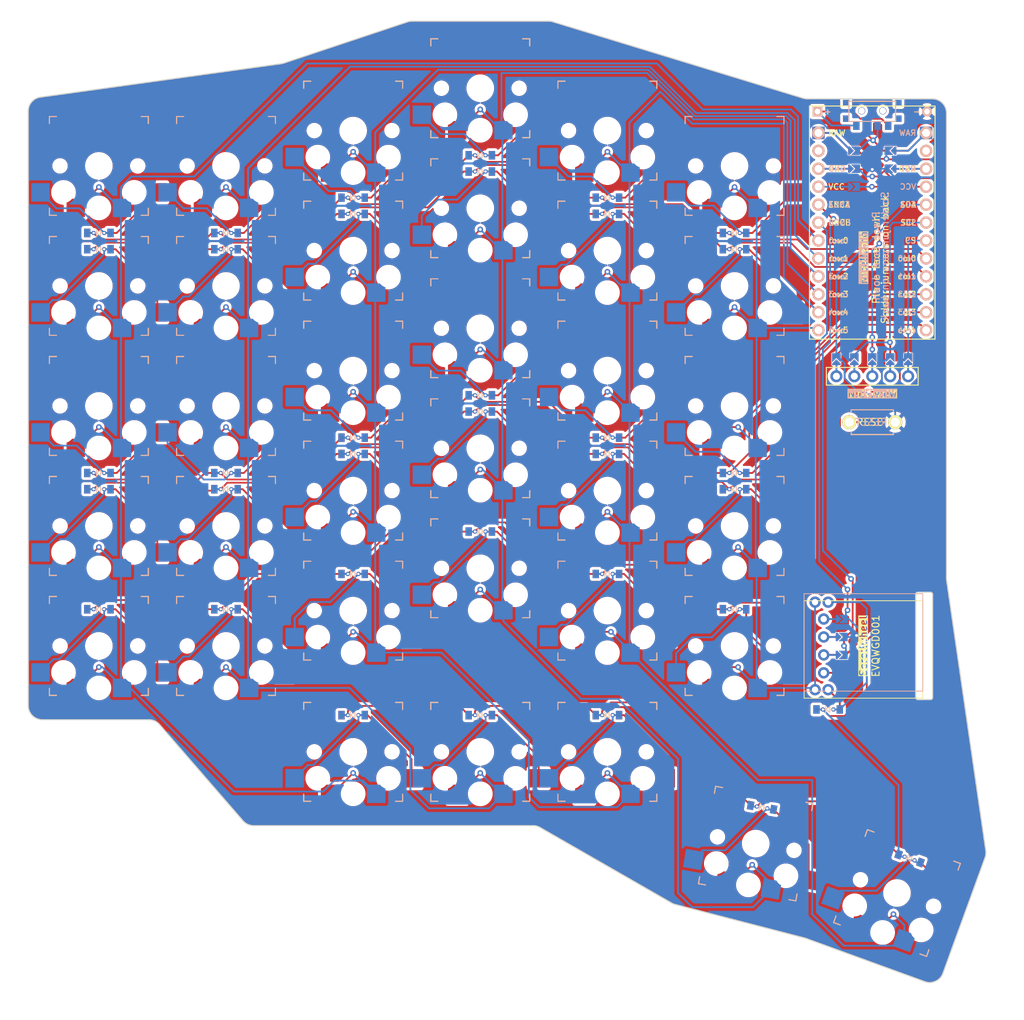
<source format=kicad_pcb>
(kicad_pcb (version 20240108) (generator "pcbnew") (generator_version "8.0")
  (title_block (title "keyboard") (rev "v1.0.0") (company "dbd"))
  (layers (0 "F.Cu" signal) (31 "B.Cu" signal) (34 "B.Paste" user) (35 "F.Paste" user) (36 "B.SilkS" user "B.Silkscreen") (37 "F.SilkS" user "F.Silkscreen") (38 "B.Mask" user) (39 "F.Mask" user) (44 "Edge.Cuts" user))
  (net 0 "")
  (net 1 "row0")
  (net 2 "outer_mods")
  (net 3 "outer_lower")
  (net 4 "outer_home")
  (net 5 "outer_upper")
  (net 6 "outer_number")
  (net 7 "row1")
  (net 8 "pinky_mods")
  (net 9 "pinky_lower")
  (net 10 "pinky_home")
  (net 11 "pinky_upper")
  (net 12 "pinky_number")
  (net 13 "row2")
  (net 14 "ring_mods")
  (net 15 "ring_lower")
  (net 16 "ring_home")
  (net 17 "ring_upper")
  (net 18 "ring_number")
  (net 19 "row3")
  (net 20 "middle_mods")
  (net 21 "middle_lower")
  (net 22 "middle_home")
  (net 23 "middle_upper")
  (net 24 "middle_number")
  (net 25 "row4")
  (net 26 "index_mods")
  (net 27 "index_lower")
  (net 28 "index_home")
  (net 29 "index_upper")
  (net 30 "index_number")
  (net 31 "row5")
  (net 32 "inner_mods")
  (net 33 "inner_lower")
  (net 34 "inner_home")
  (net 35 "inner_upper")
  (net 36 "inner_number")
  (net 37 "end_cluster")
  (net 38 "mute_cluster")
  (net 39 "alt_cluster")
  (net 40 "space_cluster")
  (net 41 "layer_cluster")
  (net 42 "col2")
  (net 43 "col0")
  (net 44 "col4")
  (net 45 "col3")
  (net 46 "col1")
  (net 47 "P1")
  (net 48 "scrollwheel_scrollwheel")
  (net 49 "ENCB_undef")
  (net 50 "GND_ENCA")
  (net 51 "ENCA_GND")
  (net 52 "undef_ENCB")
  (net 53 "ENCB")
  (net 54 "GND")
  (net 55 "ENCA")
  (net 56 "RAW_P1")
  (net 57 "GND_P0")
  (net 58 "RST_GND")
  (net 59 "VCC_GND")
  (net 60 "P1_RAW")
  (net 61 "P0_GND")
  (net 62 "GND_RST")
  (net 63 "GND_VCC")
  (net 64 "SDA")
  (net 65 "SCL")
  (net 66 "CS")
  (net 67 "RAW")
  (net 68 "RST")
  (net 69 "VCC")
  (net 70 "NN_VCC")
  (net 71 "NN_GND_SCL")
  (net 72 "NN_SDA_CS")
  (net 73 "NN_SCL_GND")
  (net 74 "NN_CS_SDA")
  (net 75 "switch_from")
  (footprint "E73:SPDT_C128955" (layer "F.Cu") (at 209.5 24.2)
    (property "Reference" "T1" (hide yes))
    (property "Value" "" (hide yes))
  )
  (footprint "lib:Jumper" (layer "F.Cu") (at 205.25 98.73 90)
    (property "Reference" "J6" (hide yes))
    (property "Value" "Jumper")
  )
  (footprint "lib:Jumper" (layer "F.Cu") (at 209.5 59.3 180)
    (property "Reference" "J19" (hide yes))
    (property "Value" "Jumper")
  )
  (footprint "ComboDiode" (layer "F.Cu") (at 172 38.8)
    (property "Reference" "D27" (hide yes))
    (property "Value" "" (hide yes))
  )
  (footprint "PG1350" (layer "F.Cu") (at 190 49 180)
    (property "Reference" "S29" (hide yes))
    (property "Value" "" (hide yes))
  )
  (footprint "lib:Jumper" (layer "F.Cu") (at 205.25 103.81 90)
    (property "Reference" "J4" (hide yes))
    (property "Value" "Jumper")
  )
  (footprint "PG1350" (layer "F.Cu") (at 136 27 180)
    (property "Reference" "S15" (hide yes))
    (property "Value" "" (hide yes))
  )
  (footprint "PG1350" (layer "F.Cu") (at 100 83 180)
    (property "Reference" "S2" (hide yes))
    (property "Value" "" (hide yes))
  )
  (footprint "ComboDiode" (layer "F.Cu") (at 190 75.5)
    (property "Reference" "D11" (hide yes))
    (property "Value" "" (hide yes))
  )
  (footprint "PG1350" (layer "F.Cu") (at 100 100 180)
    (property "Reference" "S1" (hide yes))
    (property "Value" "" (hide yes))
  )
  (footprint "ComboDiode" (layer "F.Cu") (at 100 41.5)
    (property "Reference" "D2" (hide yes))
    (property "Value" "" (hide yes))
  )
  (footprint "ComboDiode" (layer "F.Cu") (at 136 89.8)
    (property "Reference" "D19" (hide yes))
    (property "Value" "" (hide yes))
  )
  (footprint "PG1350" (layer "F.Cu") (at 136 115 180)
    (property "Reference" "S31" (hide yes))
    (property "Value" "" (hide yes))
  )
  (footprint "PG1350" (layer "F.Cu") (at 172 115 180)
    (property "Reference" "S33" (hide yes))
    (property "Value" "" (hide yes))
  )
  (footprint "lib:niceview_headers" (layer "F.Cu") (at 209.5 24.3 -90)
    (property "Reference" "Battery1" (hide yes))
    (property "Value" "" (hide yes))
  )
  (footprint "lib:Jumper" (layer "F.Cu") (at 212 29.85 -90)
    (property "Reference" "J12" (hide yes))
    (property "Value" "Jumper")
  )
  (footprint "kbd:ResetSW" (layer "F.Cu") (at 209.5 68.3 180)
    (property "Reference" "_1" (hide yes))
    (property "Value" "")
  )
  (footprint "ComboDiode" (layer "F.Cu") (at 190 41.5)
    (property "Reference" "D12" (hide yes))
    (property "Value" "" (hide yes))
  )
  (footprint "PG1350" (layer "F.Cu") (at 193 128 170)
    (property "Reference" "S34" (hide yes))
    (property "Value" "" (hide yes))
  )
  (footprint "ComboDiode" (layer "F.Cu") (at 136 36.5)
    (property "Reference" "D6" (hide yes))
    (property "Value" "" (hide yes))
  )
  (footprint "ComboDiode" (layer "F.Cu") (at 172 89.8)
    (property "Reference" "D25" (hide yes))
    (property "Value" "" (hide yes))
  )
  (footprint "ComboDiode" (layer "F.Cu") (at 172 70.5)
    (property "Reference" "D9" (hide yes))
    (property "Value" "" (hide yes))
  )
  (footprint "ComboDiode" (layer "F.Cu") (at 100 77.8)
    (property "Reference" "D14" (hide yes))
    (property "Value" "" (hide yes))
  )
  (footprint "PG1350" (layer "F.Cu") (at 172 61 180)
    (property "Reference" "S23" (hide yes))
    (property "Value" "" (hide yes))
  )
  (footprint "ComboDiode" (layer "F.Cu") (at 118 43.8)
    (property "Reference" "D18" (hide yes))
    (property "Value" "" (hide yes))
  )
  (footprint "ComboDiode" (layer "F.Cu") (at 100 75.5)
    (property "Reference" "D1" (hide yes))
    (property "Value" "" (hide yes))
  )
  (footprint "PG1350" (layer "F.Cu") (at 100 66 180)
    (property "Reference" "S3" (hide yes))
    (property "Value" "" (hide yes))
  )
  (footprint "ComboDiode" (layer "F.Cu") (at 118 75.5)
    (property "Reference" "D3" (hide yes))
    (property "Value" "" (hide yes))
  )
  (footprint "lib:niceview_headers" (layer "F.Cu") (at 209.5 61.8 90)
    (property "Reference" "Nice!View1" (hide yes))
    (property "Value" "" (hide yes))
  )
  (footprint "lib:Jumper" (layer "F.Cu") (at 212 34.95 -90)
    (property "Reference" "J14" (hide yes))
    (property "Value" "Jumper")
  )
  (footprint "ProMicro" (layer "F.Cu") (at 209.5 41.3 -90)
    (property "Reference" "MCU1" (hide yes))
    (property "Value" "" (hide yes))
  )
  (footprint "PG1350" (layer "F.Cu") (at 136 61 180)
    (property "Reference" "S13" (hide yes))
    (property "Value" "" (hide yes))
  )
  (footprint "lib:Jumper" (layer "F.Cu") (at 207 32.4 90)
    (property "Reference" "J8" (hide yes))
    (property "Value" "Jumper")
  )
  (footprint "lib:Jumper" (layer "F.Cu") (at 205.25 98.73 90)
    (property "Reference" "J2" (hide yes))
    (property "Value" "Jumper")
  )
  (footprint "lib:Jumper" (layer "F.Cu") (at 212 32.4 -90)
    (property "Reference" "J13" (hide yes))
    (property "Value" "Jumper")
  )
  (footprint "PG1350" (layer "F.Cu") (at 172 27 180)
    (property "Reference" "S25" (hide yes))
    (property "Value" "" (hide yes))
  )
  (footprint "lib:Jumper" (layer "F.Cu") (at 207 29.85 90)
    (property "Reference" "J16" (hide yes))
    (property "Value" "Jumper")
  )
  (footprint "ComboDiode" (layer "F.Cu") (at 154 64.5)
    (property "Reference" "D7" (hide yes))
    (property "Value" "" (hide yes))
  )
  (footprint "PG1350" (layer "F.Cu") (at 118 32 180)
    (property "Reference" "S10" (hide yes))
    (property "Value" "" (hide yes))
  )
  (footprint "lib:Jumper" (layer "F.Cu") (at 207 32.4 90)
    (property "Reference" "J15" (hide yes))
    (property "Value" "Jumper")
  )
  (footprint "ComboDiode" (layer "F.Cu") (at 214.778505 130.113598 -20)
    (property "Reference" "D35" (hide yes))
    (property "Value" "" (hide yes))
  )
  (footprint "PG1350" (layer "F.Cu") (at 154 115 180)
    (property "Reference" "S32" (hide yes))
    (property "Value" "" (hide yes))
  )
  (footprint "PG1350" (layer "F.Cu") (at 136 78 180)
    (property "Reference" "S12" (hide yes))
    (property "Value" "" (hide yes))
  )
  (footprint "PG1350" (layer "F.Cu") (at 190 100 180)
    (property "Reference" "S26" (hide yes))
    (property "Value" "" (hide yes))
  )
  (footprint "PG1350" (layer "F.Cu") (at 154 21 180)
    (property "Reference" "S20" (hide yes))
    (property "Value" "" (hide yes))
  )
  (footprint "lib:Jumper" (layer "F.Cu") (at 212.04 59.3 180)
    (property "Reference" "J23" (hide yes))
    (property "Value" "Jumper")
  )
  (footprint "lib:Jumper" (layer "F.Cu") (at 212.04 59.3 180)
    (property "Reference" "J20" (hide yes))
    (property "Value" "Jumper")
  )
  (footprint "ComboDiode" (layer "F.Cu") (at 136 70.5)
    (property "Reference" "D5" (hide yes))
    (property "Value" "" (hide yes))
  )
  (footprint "lib:Jumper" (layer "F.Cu") (at 214.58 59.3 180)
    (property "Reference" "J22" (hide yes))
    (property "Value" "Jumper")
  )
  (footprint "PG1350" (layer "F.Cu") (at 154 72 180)
    (property "Reference" "S17" (hide yes))
    (property "Value" "" (hide yes))
  )
  (footprint "PG1350" (layer "F.Cu") (at 136 44 180)
    (property "Reference" "S14" (hide yes))
    (property "Value" "" (hide yes))
  )
  (footprint "ComboDiode" (layer "F.Cu") (at 136 72.8)
    (property "Reference" "D20" (hide yes))
    (property "Value" "" (hide yes))
  )
  (footprint "ComboDiode" (layer "F.Cu") (at 203.25 109)
    (property "Reference" "D36" (hide yes))
    (property "Value" "" (hide yes))
  )
  (footprint "lib:Jumper" (layer "F.Cu") (at 205.25 101.27 90)
    (property "Reference" "J3" (hide yes))
    (property "Value" "Jumper")
  )
  (footprint "PG1350" (layer "F.Cu") (at 172 78 180)
    (property "Reference" "S22" (hide yes))
    (property "Value" "" (hide yes))
  )
  (footprint "PG1350" (layer "F.Cu") (at 154 55 180)
    (property "Reference" "S18" (hide yes))
    (property "Value" "" (hide yes))
  )
  (footprint "lib:Jumper" (layer "F.Cu") (at 206.96 59.3 180)
    (property "Reference" "J18" (hide yes))
    (property "Value" "Jumper")
  )
  (footprint "PG1350" (layer "F.Cu") (at 118 49 180)
    (property "Reference" "S9" (hide yes))
    (property "Value" "" (hide yes))
  )
  (footprint "ComboDiode" (layer "F.Cu") (at 172 109.8)
    (property "Reference" "D33" (hide yes))
    (property "Value" "" (hide yes))
  )
  (footprint "ComboDiode" (layer "F.Cu") (at 154 30.5)
    (property "Reference" "D8" (hide yes))
    (property "Value" "" (hide yes))
  )
  (footprint "lib:Jumper" (layer "F.Cu") (at 206.96 59.3 180)
    (property "Reference" "J25" (hide yes))
    (property "Value" "Jumper")
  )
  (footprint "PG1350" (layer "F.Cu") (at 190 66 180)
    (property "Reference" "S28" (hide yes))
    (property "Value" "" (hide yes))
  )
  (footprint "PG1350" (layer "F.Cu") (at 190 83 180)
    (property "Reference" "S27" (hide yes))
    (property "Value" "" (hide yes))
  )
  (footprint "ComboDiode" (layer "F.Cu") (at 100 94.8)
    (property "Reference" "D13" (hide yes))
    (property "Value" "" (hide yes))
  )
  (footprint "PG1350" (layer "F.Cu") (at 154 38 180)
    (property "Reference" "S19" (hide yes))
    (property "Value" "" (hide yes))
  )
  (footprint "lib:Jumper" (layer "F.Cu") (at 207 29.85 90)
    (property "Reference" "J7" (hide yes))
    (property "Value" "Jumper")
  )
  (footprint "ComboDiode" (layer "F.Cu") (at 172 72.8)
    (property "Reference" "D26" (hide yes))
    (property "Value" "" (hide yes))
  )
  (footprint "ComboDiode" (layer "F.Cu") (at 118 77.8)
    (property "Reference" "D17" (hide yes))
    (property "Value" "" (hide yes))
  )
  (footprint "lib:Jumper" (layer "F.Cu") (at 204.42 59.3 180)
    (property "Reference" "J17" (hide yes))
    (property "Value" "Jumper")
  )
  (footprint "PG1350" (layer "F.Cu") (at 100 32 180)
    (property "Reference" "S5" (hide yes))
    (property "Value" "" (hide yes))
  )
  (footprint "ComboDiode" (layer "F.Cu") (at 136 38.8)
    (property "Reference" "D21" (hide yes))
    (property "Value" "" (hide yes))
  )
  (footprint "ComboDiode" (layer "F.Cu") (at 154 32.8)
    (property "Reference" "D24" (hide yes))
    (property "Value" "" (hide yes))
  )
  (footprint "lib:Jumper" (layer "F.Cu") (at 204.42 59.3 180)
    (property "Reference" "J26" (hide yes))
    (property "Value" "Jumper")
  )
  (footprint "lib:Jumper" (layer "F.Cu") (at 209.5 59.3 180)
    (property "Reference" "J24" (hide yes))
    (property "Value" "Jumper")
  )
  (footprint "PG1350" (layer "F.Cu") (at 136 95 180)
    (property "Reference" "S11" (hide yes))
    (property "Value" "" (hide yes))
  )
  (footprint "ComboDiode" (layer "F.Cu") (at 190 43.8)
    (property "Reference" "D30" (hide yes))
    (property "Value" "" (hide yes))
  )
  (footprint "lib:Jumper" (layer "F.Cu") (at 207 34.95 90)
    (property "Reference" "J9" (hide yes))
    (property "Value" "Jumper")
  )
  (footprint "PG1350" (layer "F.Cu") (at 118 66 180)
    (property "Reference" "S8" (hide yes))
    (property "Value" "" (hide yes))
  )
  (footprint "PG1350" (layer "F.Cu") (at 118 100 180)
    (property "Reference" "S6" (hide yes))
    (property "Value" "" (hide yes))
  )
  (footprint "lib:Jumper" (layer "F.Cu") (at 214.58 59.3 180)
    (property "Reference" "J21" (hide yes))
    (property "Value" "Jumper")
  )
  (footprint "ComboDiode" (layer "F.Cu") (at 154 83.8)
    (property "Reference" "D22" (hide yes))
    (property "Value" "" (hide yes))
  )
  (footprint "PG1350" (layer "F.Cu") (at 213 135 160)
    (property "Reference" "S35" (hide yes))
    (property "Value" "" (hide yes))
  )
  (footprint "ComboDiode" (layer "F.Cu") (at 136 109.8)
    (property "Reference" "D31" (hide yes))
    (property "Value" "" (hide yes))
  )
  (footprint "ComboDiode" (layer "F.Cu") (at 154 109.8)
    (property "Reference" "D32" (hide yes))
    (property "Value" "" (hide yes))
  )
  (footprint "lib:Jumper" (layer "F.Cu") (at 205.25 101.27 90)
    (property "Reference" "J5" (hide yes))
    (property "Value" "Jumper")
  )
  (footprint "RollerEncoder_Panasonic_EVQWGD001" (layer "F.Cu") (at 208.25 100)
    (property "Reference" "S36" (hide yes))
    (property "Value" "RollerEncoder_Panasonic_EVQWGD001")
    (fp_line (start 7.4 -7.3) (end 7.4 7.3) (stroke (width 0.15)) (layer "Edge.Cuts"))
    (fp_line (start 7.7 7.6) (end 9.5 7.6) (stroke (width 0.15)) (layer "Edge.Cuts"))
    (fp_line (start 9.5 -7.6) (end 7.7 -7.6) (stroke (width 0.15)) (layer "Edge.Cuts"))
    (fp_line (start 9.8 7.3) (end 9.8 -7.3) (stroke (width 0.15)) (layer "Edge.Cuts"))
    (fp_arc (start 7.4 -7.3) (mid 7.487868 -7.512132) (end 7.7 -7.6) (stroke (width 0.15)) (layer "Edge.Cuts"))
    (fp_arc (start 7.7 7.6) (mid 7.487868 7.512132) (end 7.4 7.3) (stroke (width 0.15)) (layer "Edge.Cuts"))
    (fp_arc (start 9.5 -7.6) (mid 9.712132 -7.512132) (end 9.8 -7.3) (stroke (width 0.15)) (layer "Edge.Cuts"))
    (fp_arc (start 9.8 7.3) (mid 9.712132 7.512132) (end 9.5 7.6) (stroke (width 0.15)) (layer "Edge.Cuts"))
  )
  (footprint "ComboDiode" (layer "F.Cu") (at 190 77.8)
    (property "Reference" "D29" (hide yes))
    (property "Value" "" (hide yes))
  )
  (footprint "PG1350" (layer "F.Cu") (at 100 49 180)
    (property "Reference" "S4" (hide yes))
    (property "Value" "" (hide yes))
  )
  (footprint "ComboDiode" (layer "F.Cu") (at 193.902971 122.879 -10)
    (property "Reference" "D34" (hide yes))
    (property "Value" "" (hide yes))
  )
  (footprint "lib:Jumper" (layer "F.Cu") (at 212 29.85 -90)
    (property "Reference" "J11" (hide yes))
    (property "Value" "Jumper")
  )
  (footprint "ComboDiode" (layer "F.Cu") (at 118 94.8)
    (property "Reference" "D16" (hide yes))
    (property "Value" "" (hide yes))
  )
  (footprint "PG1350" (layer "F.Cu") (at 190 32 180)
    (property "Reference" "S30" (hide yes))
    (property "Value" "" (hide yes))
  )
  (footprint "ComboDiode" (layer "F.Cu") (at 100 43.8)
    (property "Reference" "D15" (hide yes))
    (property "Value" "" (hide yes))
  )
  (footprint "ComboDiode" (layer "F.Cu") (at 154 66.8)
    (property "Reference" "D23" (hide yes))
    (property "Value" "" (hide yes))
  )
  (footprint "PG1350" (layer "F.Cu") (at 118 83 180)
    (property "Reference" "S7" (hide yes))
    (property "Value" "" (hide yes))
  )
  (footprint "ComboDiode" (layer "F.Cu") (at 172 36.5)
    (property "Reference" "D10" (hide yes))
    (property "Value" "" (hide yes))
  )
  (footprint "lib:Jumper" (layer "F.Cu") (at 212 32.4 -90)
    (property "Reference" "J10" (hide yes))
    (property "Value" "Jumper")
  )
  (footprint "ComboDiode" (layer "F.Cu") (at 190 94.8)
    (property "Reference" "D28" (hide yes))
    (property "Value" "" (hide yes))
  )
  (footprint "PG1350" (layer "F.Cu") (at 154 89 180)
    (property "Reference" "S16" (hide yes))
    (property "Value" "" (hide yes))
  )
  (footprint "PG1350" (layer "F.Cu") (at 172 95 180)
    (property "Reference" "S21" (hide yes))
    (property "Value" "" (hide yes))
  )
  (footprint "lib:Jumper" (layer "F.Cu") (at 205.25 96.19 90)
    (property "Reference" "J1" (hide yes))
    (property "Value" "Jumper")
  )
  (footprint "ComboDiode" (layer "F.Cu") (at 118 41.5)
    (property "Reference" "D4" (hide yes))
    (property "Value" "" (hide yes))
  )
  (footprint "PG1350" (layer "F.Cu") (at 172 44 180)
    (property "Reference" "S24" (hide yes))
    (property "Value" "" (hide yes))
  )
  (gr_arc (start 200.298738 22.5) (mid 200.003278 22.478055) (end 199.714301 22.412703) (stroke (width 0.15)) (layer "Edge.Cuts"))
  (gr_arc (start 163.701262 11.5) (mid 163.996722 11.521945) (end 164.285699 11.587297) (stroke (width 0.15)) (layer "Edge.Cuts"))
  (gr_arc (start 199.936497 141.375619) (mid 200.028287 141.401763) (end 200.118726 141.432257) (stroke (width 0.15)) (layer "Edge.Cuts"))
  (gr_line (start 164.285699 11.587297) (end 199.714301 22.412703) (stroke (width 0.15)) (layer "Edge.Cuts"))
  (gr_arc (start 121.913258 125.45) (mid 121.082512 125.269302) (end 120.40188 124.759861) (stroke (width 0.15)) (layer "Edge.Cuts"))
  (gr_arc (start 225.574023 128.995224) (mid 225.584141 129.486738) (end 225.474051 129.965871) (stroke (width 0.15)) (layer "Edge.Cuts"))
  (gr_line (start 91.724863 22.260436) (end 125.817488 17.525349) (stroke (width 0.15)) (layer "Edge.Cuts"))
  (gr_arc (start 107.086742 110.45) (mid 107.917488 110.630698) (end 108.59812 111.140139) (stroke (width 0.15)) (layer "Edge.Cuts"))
  (gr_line (start 120.40188 124.759861) (end 108.59812 111.140139) (stroke (width 0.15)) (layer "Edge.Cuts"))
  (gr_arc (start 92 110.45) (mid 90.585786 109.864214) (end 90 108.45) (stroke (width 0.15)) (layer "Edge.Cuts"))
  (gr_line (start 161.466583 125.45) (end 121.913258 125.45) (stroke (width 0.15)) (layer "Edge.Cuts"))
  (gr_arc (start 161.466583 125.45) (mid 161.981984 125.51755) (end 162.462569 125.715638) (stroke (width 0.15)) (layer "Edge.Cuts"))
  (gr_line (start 216.943431 147.555949) (end 200.118726 141.432257) (stroke (width 0.15)) (layer "Edge.Cuts"))
  (gr_line (start 90 108.45) (end 90 24.24142) (stroke (width 0.15)) (layer "Edge.Cuts"))
  (gr_line (start 144.324555 11.5) (end 163.701262 11.5) (stroke (width 0.15)) (layer "Edge.Cuts"))
  (gr_line (start 225.474051 129.965871) (end 219.506856 146.360604) (stroke (width 0.15)) (layer "Edge.Cuts"))
  (gr_arc (start 181.597961 136.622322) (mid 181.344117 136.538051) (end 181.103787 136.420661) (stroke (width 0.15)) (layer "Edge.Cuts"))
  (gr_line (start 199.936497 141.37562) (end 181.597961 136.622322) (stroke (width 0.15)) (layer "Edge.Cuts"))
  (gr_arc (start 90.000001 24.24142) (mid 90.491645 22.92808) (end 91.724863 22.260436) (stroke (width 0.15)) (layer "Edge.Cuts"))
  (gr_arc (start 220.020642 90.642561) (mid 220.005167 90.499629) (end 220 90.355954) (stroke (width 0.15)) (layer "Edge.Cuts"))
  (gr_arc (start 126.174807 17.441731) (mid 125.998069 17.491753) (end 125.817488 17.525349) (stroke (width 0.15)) (layer "Edge.Cuts"))
  (gr_line (start 126.174807 17.441731) (end 143.6921 11.602633) (stroke (width 0.15)) (layer "Edge.Cuts"))
  (gr_line (start 181.103787 136.420661) (end 162.462569 125.715638) (stroke (width 0.15)) (layer "Edge.Cuts"))
  (gr_line (start 107.086742 110.45) (end 92 110.45) (stroke (width 0.15)) (layer "Edge.Cuts"))
  (gr_line (start 220 24.5) (end 220 90.355954) (stroke (width 0.15)) (layer "Edge.Cuts"))
  (gr_arc (start 143.692099 11.602633) (mid 144.00419 11.525825) (end 144.324555 11.5) (stroke (width 0.15)) (layer "Edge.Cuts"))
  (gr_line (start 200.298738 22.5) (end 218 22.5) (stroke (width 0.15)) (layer "Edge.Cuts"))
  (gr_arc (start 219.506856 146.360604) (mid 218.472708 147.489179) (end 216.943431 147.555949) (stroke (width 0.15)) (layer "Edge.Cuts"))
  (gr_line (start 220.020642 90.64256) (end 225.574023 128.995224) (stroke (width 0.15)) (layer "Edge.Cuts"))
  (gr_arc (start 218 22.5) (mid 219.414214 23.085786) (end 220 24.5) (stroke (width 0.15)) (layer "Edge.Cuts"))
  (segment (start 100 52) (end 97.05 54.95) (width 0.25) (layer "F.Cu") (net 1))
  (segment (start 100 35) (end 97.05 37.95) (width 0.25) (layer "F.Cu") (net 1))
  (segment (start 97.05 37.95) (end 96.725 37.95) (width 0.25) (layer "F.Cu") (net 1))
  (segment (start 99.175 103.5) (end 96.725 105.95) (width 0.25) (layer "F.Cu") (net 1))
  (segment (start 100 103) (end 99.5 103.5) (width 0.25) (layer "F.Cu") (net 1))
  (segment (start 100 86) (end 97.05 88.95) (width 0.25) (layer "F.Cu") (net 1))
  (segment (start 97.05 88.95) (end 96.725 88.95) (width 0.25) (layer "F.Cu") (net 1))
  (segment (start 136 118) (end 133.05 120.95) (width 0.25) (layer "F.Cu") (net 1))
  (segment (start 133.05 120.95) (end 132.725 120.95) (width 0.25) (layer "F.Cu") (net 1))
  (segment (start 97.05 54.95) (end 96.725 54.95) (width 0.25) (layer "F.Cu") (net 1))
  (segment (start 99.5 103.5) (end 99.175 103.5) (width 0.25) (layer "F.Cu") (net 1))
  (segment (start 97.05 71.95) (end 96.725 71.95) (width 0.25) (layer "F.Cu") (net 1))
  (segment (start 100 69) (end 97.05 71.95) (width 0.25) (layer "F.Cu") (net 1))
  (via (at 100 35) (size 0.8) (drill 0.4) (layers "F.Cu" "B.Cu") (net 1))
  (via (at 136 118) (size 0.8) (drill 0.4) (layers "F.Cu" "B.Cu") (net 1))
  (via (at 100 52) (size 0.8) (drill 0.4) (layers "F.Cu" "B.Cu") (net 1))
  (via (at 100 69) (size 0.8) (drill 0.4) (layers "F.Cu" "B.Cu") (net 1))
  (via (at 100 86) (size 0.8) (drill 0.4) (layers "F.Cu" "B.Cu") (net 1))
  (via (at 100 103) (size 0.8) (drill 0.4) (layers "F.Cu" "B.Cu") (net 1))
  (segment (start 103.275 88.95) (end 102.95 88.95) (width 0.25) (layer "B.Cu") (net 1))
  (segment (start 199 25) (end 199 39.69) (width 0.25) (layer "B.Cu") (net 1))
  (segment (start 103.125 88.8) (end 103.125 72.1) (width 0.25) (layer "B.Cu") (net 1))
  (segment (start 119.125 120.625) (end 104.45 105.95) (width 0.25) (layer "B.Cu") (net 1))
  (segment (start 129.5 17.5) (end 179 17.5) (width 0.25) (layer "B.Cu") (net 1))
  (segment (start 185.5 24) (end 198 24) (width 0.25) (layer "B.Cu") (net 1))
  (segment (start 103.125 54.8) (end 103.125 38.1) (width 0.25) (layer "B.Cu") (net 1))
  (segment (start 103.125 89.1) (end 103.275 88.95) (width 0.25) (layer "B.Cu") (net 1))
  (segment (start 103.275 71.95) (end 103.125 71.8) (width 0.25) (layer "B.Cu") (net 1))
  (segment (start 137.4 119.075) (end 133.32665 119.075) (width 0.25) (layer "B.Cu") (net 1))
  (segment (start 103.125 38.1) (end 103.275 37.95) (width 0.25) (layer "B.Cu") (net 1))
  (segment (start 103.125 55.1) (end 103.275 54.95) (width 0.25) (layer "B.Cu") (net 1))
  (segment (start 103.125 105.8) (end 103.125 89.1) (width 0.25) (layer "B.Cu") (net 1))
  (segment (start 103.125 71.8) (end 103.125 55.1) (width 0.25) (layer "B.Cu") (net 1))
  (segment (start 198 24) (end 199 25) (width 0.25) (layer "B.Cu") (net 1))
  (segment (start 102.95 88.95) (end 100 86) (width 0.25) (layer "B.Cu") (net 1))
  (segment (start 139.275 120.95) (end 137.4 119.075) (width 0.25) (layer "B.Cu") (net 1))
  (segment (start 103.275 54.95) (end 103.125 54.8) (width 0.25) (layer "B.Cu") (net 1))
  (segment (start 100.5 103) (end 100 103) (width 0.25) (layer "B.Cu") (net 1))
  (segment (start 103.275 54.95) (end 102.95 54.95) (width 0.25) (layer "B.Cu") (net 1))
  (segment (start 102.95 37.95) (end 100 35) (width 0.25) (layer "B.Cu") (net 1))
  (segment (start 103.275 37.95) (end 102.95 37.95) (width 0.25) (layer "B.Cu") (net 1))
  (segment (start 103.125 34.97335) (end 104.59835 33.5) (width 0.25) (layer "B.Cu") (net 1))
  (segment (start 103.275 37.95) (end 103.125 37.8) (width 0.25) (layer "B.Cu") (net 1))
  (segment (start 103.275 105.775) (end 100.5 103) (width 0.25) (layer "B.Cu") (net 1))
  (segment (start 103.275 88.95) (end 103.125 88.8) (width 0.25) (layer "B.Cu") (net 1))
  (segment (start 179 17.5) (end 185.5 24) (width 0.25) (layer "B.Cu") (net 1))
  (segment (start 131.77665 120.625) (end 119.125 120.625) (width 0.25) (layer "B.Cu") (net 1))
  (segment (start 102.95 54.95) (end 100 52) (width 0.25) (layer "B.Cu") (net 1))
  (segment (start 113.5 33.5) (end 129.5 17.5) (width 0.25) (layer "B.Cu") (net 1))
  (segment (start 133.32665 119.075) (end 131.77665 120.625) (width 0.25) (layer "B.Cu") (net 1))
  (segment (start 104.45 105.95) (end 103.275 105.95) (width 0.25) (layer "B.Cu") (net 1))
  (segment (start 199 39.69) (end 201.88 42.57) (width 0.25) (layer "B.Cu") (net 1))
  (segment (start 104.59835 33.5) (end 113.5 33.5) (width 0.25) (layer "B.Cu") (net 1))
  (segment (start 103.125 72.1) (end 103.275 71.95) (width 0.25) (layer "B.Cu") (net 1))
  (segment (start 103.275 105.95) (end 103.275 105.775) (width 0.25) (layer "B.Cu") (net 1))
  (segment (start 100.325 69) (end 100 69) (width 0.25) (layer "B.Cu") (net 1))
  (segment (start 103.125 37.8) (end 103.125 34.97335) (width 0.25) (layer "B.Cu") (net 1))
  (segment (start 138.95 120.95) (end 136 118) (width 0.25) (layer "B.Cu") (net 1))
  (segment (start 103.275 105.95) (end 103.125 105.8) (width 0.25) (layer "B.Cu") (net 1))
  (segment (start 103.275 71.95) (end 100.325 69) (width 0.25) (layer "B.Cu") (net 1))
  (segment (start 139.275 120.95) (end 138.95 120.95) (width 0.25) (layer "B.Cu") (net 1))
  (segment (start 102.35 94.8) (end 108.275 100.725) (width 0.25) (layer "F.Cu") (net 2))
  (segment (start 101.65 94.8) (end 102.35 94.8) (width 0.25) (layer "F.Cu") (net 2))
  (segment (start 108.275 100.725) (end 108.275 103.75) (width 0.25) (layer "F.Cu") (net 2))
  (segment (start 101.65 94.8) (end 100.75 94.8) (width 0.25) (layer "F.Cu") (net 2))
  (segment (start 100.75 95.483684) (end 100.75 94.8) (width 0.25) (layer "B.Cu") (net 2))
  (segment (start 94.358684 101.875) (end 100.75 95.483684) (width 0.25) (layer "B.Cu") (net 2))
  (segment (start 91.725 103.75) (end 93.6 101.875) (width 0.25) (layer "B.Cu") (net 2))
  (segment (start 101.65 94.8) (end 100.75 94.8) (width 0.25) (layer "B.Cu") (net 2))
  (segment (start 93.6 101.875) (end 94.358684 101.875) (width 0.25) (layer "B.Cu") (net 2))
  (segment (start 102.35 77.8) (end 108.275 83.725) (width 0.25) (layer "F.Cu") (net 3))
  (segment (start 101.65 77.8) (end 102.35 77.8) (width 0.25) (layer "F.Cu") (net 3))
  (segment (start 101.65 77.8) (end 100.75 77.8) (width 0.25) (layer "F.Cu") (net 3))
  (segment (start 108.275 83.725) (end 108.275 86.75) (width 0.25) (layer "F.Cu") (net 3))
  (segment (start 100.75 77.8) (end 101.65 77.8) (width 0.25) (layer "B.Cu") (net 3))
  (segment (start 94.2491 84.2259) (end 95.007784 84.2259) (width 0.25) (layer "B.Cu") (net 3))
  (segment (start 95.007784 84.2259) (end 100.75 78.483684) (width 0.25) (layer "B.Cu") (net 3))
  (segment (start 100.75 78.483684) (end 100.75 77.8) (width 0.25) (layer "B.Cu") (net 3))
  (segment (start 91.725 86.75) (end 94.2491 84.2259) (width 0.25) (layer "B.Cu") (net 3))
  (segment (start 102.525 75.5) (end 108.275 69.75) (width 0.25) (layer "F.Cu") (net 4))
  (segment (start 101.65 75.5) (end 102.525 75.5) (width 0.25) (layer "F.Cu") (net 4))
  (segment (start 100.75 75.5) (end 101.65 75.5) (width 0.25) (layer "F.Cu") (net 4))
  (segment (start 93.6 71.625) (end 91.725 69.75) (width 0.25) (layer "B.Cu") (net 4))
  (segment (start 100.75 75.5) (end 101.65 75.5) (width 0.25) (layer "B.Cu") (net 4))
  (segment (start 96.875 71.625) (end 93.6 71.625) (width 0.25) (layer "B.Cu") (net 4))
  (segment (start 100.75 75.5) (end 96.875 71.625) (width 0.25) (layer "B.Cu") (net 4))
  (segment (start 101.65 43.8) (end 102.35 43.8) (width 0.25) (layer "F.Cu") (net 5))
  (segment (start 100.75 43.8) (end 101.65 43.8) (width 0.25) (layer "F.Cu") (net 5))
  (segment (start 108.275 49.725) (end 108.275 52.75) (width 0.25) (layer "F.Cu") (net 5))
  (segment (start 102.35 43.8) (end 108.275 49.725) (width 0.25) (layer "F.Cu") (net 5))
  (segment (start 100.75 44.483684) (end 94.233684 51) (width 0.25) (layer "B.Cu") (net 5))
  (segment (start 101.65 43.8) (end 100.75 43.8) (width 0.25) (layer "B.Cu") (net 5))
  (segment (start 93.475 51) (end 91.725 52.75) (width 0.25) (layer "B.Cu") (net 5))
  (segment (start 100.75 43.8) (end 100.75 44.483684) (width 0.25) (layer "B.Cu") (net 5))
  (segment (start 94.233684 51) (end 93.475 51) (width 0.25) (layer "B.Cu") (net 5))
  (segment (start 100.75 41.5) (end 101.65 41.5) (width 0.25) (layer "F.Cu") (net 6))
  (segment (start 101.65 41.5) (end 102.525 41.5) (width 0.25) (layer "F.Cu") (net 6))
  (segment (start 102.525 41.5) (end 108.275 35.75) (width 0.25) (layer "F.Cu") (net 6))
  (segment (start 100.75 41.5) (end 97.25 38) (width 0.25) (layer "B.Cu") (net 6))
  (segment (start 93.975 38) (end 91.725 35.75) (width 0.25) (layer "B.Cu") (net 6))
  (segment (start 101.65 41.5) (end 100.75 41.5) (width 0.25) (layer "B.Cu") (net 6))
  (segment (start 97.25 38) (end 93.975 38) (width 0.25) (layer "B.Cu") (net 6))
  (segment (start 115.05 71.95) (end 114.725 71.95) (width 0.25) (layer "F.Cu") (net 7))
  (segment (start 151.05 120.95) (end 150.725 120.95) (width 0.25) (layer "F.Cu") (net 7))
  (segment (start 118 103) (end 115.05 105.95) (width 0.25) (layer "F.Cu") (net 7))
  (segment (start 118 52) (end 115.05 54.95) (width 0.25) (layer "F.Cu") (net 7))
  (segment (start 115.05 88.95) (end 114.725 88.95) (width 0.25) (layer "F.Cu") (net 7))
  (segment (start 118 69) (end 115.05 71.95) (width 0.25) (layer "F.Cu") (net 7))
  (segment (start 118 86) (end 115.05 88.95) (width 0.25) (layer "F.Cu") (net 7))
  (segment (start 115.05 54.95) (end 114.725 54.95) (width 0.25) (layer "F.Cu") (net 7))
  (segment (start 115.05 37.95) (end 114.725 37.95) (width 0.25) (layer "F.Cu") (net 7))
  (segment (start 118 35) (end 115.05 37.95) (width 0.25) (layer "F.Cu") (net 7))
  (segment (start 115.05 105.95) (end 114.725 105.95) (width 0.25) (layer "F.Cu") (net 7))
  (segment (start 154 118) (end 151.05 120.95) (width 0.25) (layer "F.Cu") (net 7))
  (via (at 118 86) (size 0.8) (drill 0.4) (layers "F.Cu" "B.Cu") (net 7))
  (via (at 118 35) (size 0.8) (drill 0.4) (layers "F.Cu" "B.Cu") (net 7))
  (via (at 118 69) (size 0.8) (drill 0.4) (layers "F.Cu" "B.Cu") (net 7))
  (via (at 118 103) (size 0.8) (drill 0.4) (layers "F.Cu" "B.Cu") (net 7))
  (via (at 118 52) (size 0.8) (drill 0.4) (layers "F.Cu" "B.Cu") (net 7))
  (via (at 154 118) (size 0.8) (drill 0.4) (layers "F.Cu" "B.Cu") (net 7))
  (segment (start 120.95 37.95) (end 118 35) (width 0.25) (layer "B.Cu") (net 7))
  (segment (start 135.55 17.95) (end 178 17.95) (width 0.25) (layer "B.Cu") (net 7))
  (segment (start 121.125 55.1) (end 121.125 71.8) (width 0.25) (layer "B.Cu") (net 7))
  (segment (start 121.125 72.1) (end 121.275 71.95) (width 0.25) (layer "B.Cu") (net 7))
  (segment (start 156.95 120.95) (end 154 118) (width 0.25) (layer "B.Cu") (net 7))
  (segment (start 121.125 38.1) (end 121.125 54.8) (width 0.25) (layer "B.Cu") (net 7))
  (segment (start 121.275 37.95) (end 120.95 37.95) (width 0.25) (layer "B.Cu") (net 7))
  (segment (start 198.55 25.5) (end 198.55 41.78) (width 0.25) (layer "B.Cu") (net 7))
  (segment (start 121.275 71.95) (end 120.95 71.95) (width 0.25) (layer "B.Cu") (net 7))
  (segment (start 121.125 37.8) (end 121.125 32.375) (width 0.25) (layer "B.Cu") (net 7))
  (segment (start 157.275 120.95) (end 156.95 120.95) (width 0.25) (layer "B.Cu") (net 7))
  (segment (start 121.125 105.8) (end 121.275 105.95) (width 0.25) (layer "B.Cu") (net 7))
  (segment (start 178 17.95) (end 184.55 24.5) (width 0.25) (layer "B.Cu") (net 7))
  (segment (start 121.275 88.95) (end 120.95 88.95) (width 0.25) (layer "B.Cu") (net 7))
  (segment (start 198.55 41.78) (end 201.88 45.11) (width 0.25) (layer "B.Cu") (net 7))
  (segment (start 155.225 123) (end 157.275 120.95) (width 0.25) (layer "B.Cu") (net 7))
  (segment (start 121.275 88.95) (end 121.125 88.8) (width 0.25) (layer "B.Cu") (net 7))
  (segment (start 144.1 114.55) (end 144.1 120.375) (width 0.25) (layer "B.Cu") (net 7))
  (segment (start 121.275 88.95) (end 121.125 89.1) (width 0.25) (layer "B.Cu") (net 7))
  (segment (start 121.125 88.8) (end 121.125 72.1) (width 0.25) (layer "B.Cu") (net 7))
  (segment (start 121.275 37.95) (end 121.125 38.1) (width 0.25) (layer "B.Cu") (net 7))
  (segment (start 135.5 105.95) (end 144.1 114.55) (width 0.25) (layer "B.Cu") (net 7))
  (segment (start 146.725 123) (end 155.225 123) (width 0.25) (layer "B.Cu") (net 7))
  (segment (start 121.275 37.95) (end 121.125 37.8) (width 0.25) (layer "B.Cu") (net 7))
  (segment (start 121.125 54.8) (end 121.275 54.95) (width 0.25) (layer "B.Cu") (net 7))
  (segment (start 121.275 105.95) (end 120.95 105.95) (width 0.25) (layer "B.Cu") (net 7))
  (segment (start 121.275 54.95) (end 121.125 55.1) (width 0.25) (layer "B.Cu") (net 7))
  (segment (start 120.95 71.95) (end 118 69) (width 0.25) (layer "B.Cu") (net 7))
  (segment (start 197.5 24.5) (end 198.5 25.5) (width 0.25) (layer "B.Cu") (net 7))
  (segment (start 121.125 71.8) (end 121.275 71.95) (width 0.25) (layer "B.Cu") (net 7))
  (segment (start 120.95 54.95) (end 118 52) (width 0.25) (layer "B.Cu") (net 7))
  (segment (start 144.1 120.375) (end 146.725 123) (width 0.25) (layer "B.Cu") (net 7))
  (segment (start 120.95 88.95) (end 118 86) (width 0.25) (layer "B.Cu") (net 7))
  (segment (start 121.125 32.375) (end 135.55 17.95) (width 0.25) (layer "B.Cu") (net 7))
  (segment (start 198.5 25.5) (end 198.55 25.5) (width 0.25) (layer "B.Cu") (net 7))
  (segment (start 120.95 105.95) (end 118 103) (width 0.25) (layer "B.Cu") (net 7))
  (segment (start 121.275 54.95) (end 120.95 54.95) (width 0.25) (layer "B.Cu") (net 7))
  (segment (start 121.275 105.95) (end 135.5 105.95) (width 0.25) (layer "B.Cu") (net 7))
  (segment (start 184.55 24.5) (end 197.5 24.5) (width 0.25) (layer "B.Cu") (net 7))
  (segment (start 121.125 89.1) (end 121.125 105.8) (width 0.25) (layer "B.Cu") (net 7))
  (segment (start 119.65 94.8) (end 120.35 94.8) (width 0.25) (layer "F.Cu") (net 8))
  (segment (start 118.75 94.8) (end 119.65 94.8) (width 0.25) (layer "F.Cu") (net 8))
  (segment (start 126.275 100.725) (end 126.275 103.75) (width 0.25) (layer "F.Cu") (net 8))
  (segment (start 120.35 94.8) (end 126.275 100.725) (width 0.25) (layer "F.Cu") (net 8))
  (segment (start 118.75 95.483684) (end 112.733684 101.5) (width 0.25) (layer "B.Cu") (net 8))
  (segment (start 112.733684 101.5) (end 111.975 101.5) (width 0.25) (layer "B.Cu") (net 8))
  (segment (start 111.975 101.5) (end 109.725 103.75) (width 0.25) (layer "B.Cu") (net 8))
  (segment (start 118.75 94.8) (end 118.75 95.483684) (width 0.25) (layer "B.Cu") (net 8))
  (segment (start 119.65 94.8) (end 118.75 94.8) (width 0.25) (layer "B.Cu") (net 8))
  (segment (start 119.65 77.8) (end 118.75 77.8) (width 0.25) (layer "F.Cu") (net 9))
  (segment (start 119.65 77.8) (end 120.35 77.8) (width 0.25) (layer "F.Cu") (net 9))
  (segment (start 126.275 83.725) (end 126.275 86.75) (width 0.25) (layer "F.Cu") (net 9))
  (segment (start 120.35 77.8) (end 126.275 83.725) (width 0.25) (layer "F.Cu") (net 9))
  (segment (start 118.75 77.8) (end 118.75 78.75) (width 0.25) (layer "B.Cu") (net 9))
  (segment (start 118.75 78.75) (end 112.625 84.875) (width 0.25) (layer "B.Cu") (net 9))
  (segment (start 118.75 77.8) (end 119.65 77.8) (width 0.25) (layer "B.Cu") (net 9))
  (segment (start 112.625 84.875) (end 111.6 84.875) (width 0.25) (layer "B.Cu") (net 9))
  (segment (start 111.6 84.875) (end 109.725 86.75) (width 0.25) (layer "B.Cu") (net 9))
  (segment (start 120.525 75.5) (end 126.275 69.75) (width 0.25) (layer "F.Cu") (net 10))
  (segment (start 119.65 75.5) (end 118.75 75.5) (width 0.25) (layer "F.Cu") (net 10))
  (segment (start 119.65 75.5) (end 120.525 75.5) (width 0.25) (layer "F.Cu") (net 10))
  (segment (start 117.825 76.425) (end 114.85 76.425) (width 0.25) (layer "B.Cu") (net 10))
  (segment (start 118.75 75.5) (end 117.825 76.425) (width 0.25) (layer "B.Cu") (net 10))
  (segment (start 114.85 76.425) (end 109.725 71.3) (width 0.25) (layer "B.Cu") (net 10))
  (segment (start 109.725 71.3) (end 109.725 69.75) (width 0.25) (layer "B.Cu") (net 10))
  (segment (start 119.65 75.5) (end 118.75 75.5) (width 0.25) (layer "B.Cu") (net 10))
  (segment (start 119.65 43.8) (end 120.35 43.8) (width 0.25) (layer "F.Cu") (net 11))
  (segment (start 126.275 49.725) (end 126.275 52.75) (width 0.25) (layer "F.Cu") (net 11))
  (segment (start 118.75 43.8) (end 119.65 43.8) (width 0.25) (layer "F.Cu") (net 11))
  (segment (start 120.35 43.8) (end 126.275 49.725) (width 0.25) (layer "F.Cu") (net 11))
  (segment (start 112.733684 50.5) (end 111.975 50.5) (width 0.25) (layer "B.Cu") (net 11))
  (segment (start 118.75 43.8) (end 118.75 44.483684) (width 0.25) (layer "B.Cu") (net 11))
  (segment (start 111.975 50.5) (end 109.725 52.75) (width 0.25) (layer "B.Cu") (net 11))
  (segment (start 118.75 43.8) (end 119.65 43.8) (width 0.25) (layer "B.Cu") (net 11))
  (segment (start 118.75 44.483684) (end 112.733684 50.5) (width 0.25) (layer "B.Cu") (net 11))
  (segment (start 118.75 41.5) (end 119.65 41.5) (width 0.25) (layer "F.Cu") (net 12))
  (segment (start 120.525 41.5) (end 126.275 35.75) (width 0.25) (layer "F.Cu") (net 12))
  (segment (start 119.65 41.5) (end 120.525 41.5) (width 0.25) (layer "F.Cu") (net 12))
  (segment (start 111.975 38) (end 109.725 35.75) (width 0.25) (layer "B.Cu") (net 12))
  (segment (start 119.65 41.5) (end 118.75 41.5) (width 0.25) (layer "B.Cu") (net 12))
  (segment (start 118.75 41.5) (end 115.25 38) (width 0.25) (layer "B.Cu") (net 12))
  (segment (start 115.25 38) (end 111.975 38) (width 0.25) (layer "B.Cu") (net 12))
  (segment (start 172 118) (end 169.05 120.95) (width 0.25) (layer "F.Cu") (net 13))
  (segment (start 133.05 49.95) (end 132.725 49.95) (width 0.25) (layer "F.Cu") (net 13))
  (segment (start 133.05 32.95) (end 132.725 32.95) (width 0.25) (layer "F.Cu") (net 13))
  (segment (start 136 81) (end 133.05 83.95) (width 0.25) (layer "F.Cu") (net 13))
  (segment (start 136 98) (end 133.05 100.95) (width 0.25) (layer "F.Cu") (net 13))
  (segment (start 133.05 66.95) (end 132.725 66.95) (width 0.25) (layer "F.Cu") (net 13))
  (segment (start 136 47) (end 133.05 49.95) (width 0.25) (layer "F.Cu") (net 13))
  (segment (start 169.05 120.95) (end 168.725 120.95) (width 0.25) (layer "F.Cu") (net 13))
  (segment (start 133.05 83.95) (end 132.725 83.95) (width 0.25) (layer "F.Cu") (net 13))
  (segment (start 133.05 100.95) (end 132.725 100.95) (width 0.25) (layer "F.Cu") (net 13))
  (segment (start 136 64) (end 133.05 66.95) (width 0.25) (layer "F.Cu") (net 13))
  (segment (start 136 30) (end 133.05 32.95) (width 0.25) (layer "F.Cu") (net 13))
  (via (at 172 118) (size 0.8) (drill 0.4) (layers "F.Cu" "B.Cu") (net 13))
  (via (at 136 98) (size 0.8) (drill 0.4) (layers "F.Cu" "B.Cu") (net 13))
  (via (at 136 47) (size 0.8) (drill 0.4) (layers "F.Cu" "B.Cu") (net 13))
  (via (at 136 64) (size 0.8) (drill 0.4) (layers "F.Cu" "B.Cu") (net 13))
  (via (at 136 30) (size 0.8) (drill 0.4) (layers "F.Cu" "B.Cu") (net 13))
  (via (at 136 81) (size 0.8) (drill 0.4) (layers "F.Cu" "B.Cu") (net 13))
  (segment (start 136.325 98) (end 136 98) (width 0.25) (layer "B.Cu") (net 13))
  (segment (start 139.125 27.275) (end 148 18.4) (width 0.25) (layer "B.Cu") (net 13))
  (segment (start 174.95 120.95) (end 172 118) (width 0.25) (layer "B.Cu") (net 13))
  (segment (start 160.875 113.325) (end 148.5 100.95) (width 0.25) (layer "B.Cu") (net 13))
  (segment (start 139.125 49.8) (end 139.125 33.1) (width 0.25) (layer "B.Cu") (net 13))
  (segment (start 177.813604 18.4) (end 184.363604 24.95) (width 0.25) (layer "B.Cu") (net 13))
  (segment (start 139.275 66.95) (end 138.95 66.95) (width 0.25) (layer "B.Cu") (net 13))
  (segment (start 139.275 83.95) (end 139.125 83.8) (width 0.25) (layer "B.Cu") (net 13))
  (segment (start 139.275 83.95) (end 136.325 81) (width 0.25) (layer "B.Cu") (net 13))
  (segment (start 148.5 100.95) (end 139.275 100.95) (width 0.25) (layer "B.Cu") (net 13))
  (segment (start 139.275 49.95) (end 139.125 49.8) (width 0.25) (layer "B.Cu") (net 13))
  (segment (start 139.275 100.95) (end 136.325 98) (width 0.25) (layer "B.Cu") (net 13))
  (segment (start 148 18.4) (end 177.813604 18.4) (width 0.25) (layer "B.Cu") (net 13))
  (segment (start 175.275 120.95) (end 173.4 122.825) (width 0.25) (layer "B.Cu") (net 13))
  (segment (start 139.125 32.8) (end 139.125 27.275) (width 0.25) (layer "B.Cu") (net 13))
  (segment (start 184.363604 24.95) (end 197.313604 24.95) (width 0.25) (layer "B.Cu") (net 13))
  (segment (start 160.875 121.375) (end 160.875 113.325) (width 0.25) (layer "B.Cu") (net 13))
  (segment (start 139.125 100.8) (end 139.125 84.1) (width 0.25) (layer "B.Cu") (net 13))
  (segment (start 173.4 122.825) (end 162.325 122.825) (width 0.25) (layer "B.Cu") (net 13))
  (segment (start 139.275 100.95) (end 139.125 100.8) (width 0.25) (layer "B.Cu") (net 13))
  (segment (start 162.325 122.825) (end 160.875 121.375) (width 0.25) (layer "B.Cu") (net 13))
  (segment (start 139.125 84.1) (end 139.275 83.95) (width 0.25) (layer "B.Cu") (net 13))
  (segment (start 197.931802 43.701802) (end 201.88 47.65) (width 0.25) (layer "B.Cu") (net 13))
  (segment (start 139.275 32.95) (end 138.95 32.95) (width 0.25) (layer "B.Cu") (net 13))
  (segment (start 139.275 49.95) (end 138.95 49.95) (width 0.25) (layer "B.Cu") (net 13))
  (segment (start 139.125 50.1) (end 139.275 49.95) (width 0.25) (layer "B.Cu") (net 13))
  (segment (start 136.325 81) (end 136 81) (width 0.25) (layer "B.Cu") (net 13))
  (segment (start 139.125 33.1) (end 139.275 32.95) (width 0.25) (layer "B.Cu") (net 13))
  (segment (start 138.95 49.95) (end 136 47) (width 0.25) (layer "B.Cu") (net 13))
  (segment (start 139.275 66.95) (end 139.125 66.8) (width 0.25) (layer "B.Cu") (net 13))
  (segment (start 175.275 120.95) (end 174.95 120.95) (width 0.25) (layer "B.Cu") (net 13))
  (segment (start 138.95 32.95) (end 136 30) (width 0.25) (layer "B.Cu") (net 13))
  (segment (start 139.275 32.95) (end 139.125 32.8) (width 0.25) (layer "B.Cu") (net 13))
  (segment (start 138.95 66.95) (end 136 64) (width 0.25) (layer "B.Cu") (net 13))
  (segment (start 139.125 67.1) (end 139.275 66.95) (width 0.25) (layer "B.Cu") (net 13))
  (segment (start 197.931802 25.568198) (end 197.931802 43.701802) (width 0.25) (layer "B.Cu") (net 13))
  (segment (start 139.125 66.8) (end 139.125 50.1) (width 0.25) (layer "B.Cu") (net 13))
  (segment (start 139.125 83.8) (end 139.125 67.1) (width 0.25) (layer "B.Cu") (net 13))
  (segment (start 197.313604 24.95) (end 197.931802 25.568198) (width 0.25) (layer "B.Cu") (net 13))
  (segment (start 138.35 89.8) (end 144.275 95.725) (width 0.25) (layer "F.Cu") (net 14))
  (segment (start 136.75 89.8) (end 137.65 89.8) (width 0.25) (layer "F.Cu") (net 14))
  (segment (start 144.275 95.725) (end 144.275 98.75) (width 0.25) (layer "F.Cu") (net 14))
  (segment (start 137.65 89.8) (end 138.35 89.8) (width 0.25) (layer "F.Cu") (net 14))
  (segment (start 129.992216 93.7741) (end 127.725 96.041316) (width 0.25) (layer "B.Cu") (net 14))
  (segment (start 137.65 89.8) (end 136.75 89.8) (width 0.25) (layer "B.Cu") (net 14))
  (segment (start 127.725 96.041316) (end 127.725 98.75) (width 0.25) (layer "B.Cu") (net 14))
  (segment (start 136.75 89.8) (end 132.7759 93.7741) (width 0.25) (layer "B.Cu") (net 14))
  (segment (start 132.7759 93.7741) (end 129.992216 93.7741) (width 0.25) (layer "B.Cu") (net 14))
  (segment (start 137.65 72.8) (end 138.35 72.8) (width 0.25) (layer "F.Cu") (net 15))
  (segment (start 144.275 78.725) (end 144.275 81.75) (width 0.25) (layer "F.Cu") (net 15))
  (segment (start 138.35 72.8) (end 144.275 78.725) (width 0.25) (layer "F.Cu") (net 15))
  (segment (start 136.75 72.8) (end 137.65 72.8) (width 0.25) (layer "F.Cu") (net 15))
  (segment (start 136.75 73.483684) (end 130.733684 79.5) (width 0.25) (layer "B.Cu") (net 15))
  (segment (start 129.975 79.5) (end 127.725 81.75) (width 0.25) (layer "B.Cu") (net 15))
  (segment (start 136.75 72.8) (end 136.75 73.483684) (width 0.25) (layer "B.Cu") (net 15))
  (segment (start 136.75 72.8) (end 137.65 72.8) (width 0.25) (layer "B.Cu") (net 15))
  (segment (start 130.733684 79.5) (end 129.975 79.5) (width 0.25) (layer "B.Cu") (net 15))
  (segment (start 136.75 70.5) (end 137.65 70.5) (width 0.25) (layer "F.Cu") (net 16))
  (segment (start 138.525 70.5) (end 144.275 64.75) (width 0.25) (layer "F.Cu") (net 16))
  (segment (start 137.65 70.5) (end 138.525 70.5) (width 0.25) (layer "F.Cu") (net 16))
  (segment (start 136.75 70.5) (end 132.875 66.625) (width 0.25) (layer "B.Cu") (net 16))
  (segment (start 129.6 66.625) (end 127.725 64.75) (width 0.25) (layer "B.Cu") (net 16))
  (segment (start 132.875 66.625) (end 129.6 66.625) (width 0.25) (layer "B.Cu") (net 16))
  (segment (start 136.75 70.5) (end 137.65 70.5) (width 0.25) (layer "B.Cu") (net 16))
  (segment (start 138.35 38.8) (end 144.275 44.725) (width 0.25) (layer "F.Cu") (net 17))
  (segment (start 136.75 38.8) (end 137.65 38.8) (width 0.25) (layer "F.Cu") (net 17))
  (segment (start 137.65 38.8) (end 138.35 38.8) (width 0.25) (layer "F.Cu") (net 17))
  (segment (start 144.275 44.725) (end 144.275 47.75) (width 0.25) (layer "F.Cu") (net 17))
  (segment (start 136.75 38.8) (end 136.75 39.75) (width 0.25) (layer "B.Cu") (net 17))
  (segment (start 136.75 39.75) (end 130.625 45.875) (width 0.25) (layer "B.Cu") (net 17))
  (segment (start 130.625 45.875) (end 129.6 45.875) (width 0.25) (layer "B.Cu") (net 17))
  (segment (start 129.6 45.875) (end 127.725 47.75) (width 0.25) (layer "B.Cu") (net 17))
  (segment (start 137.65 38.8) (end 136.75 38.8) (width 0.25) (layer "B.Cu") (net 17))
  (segment (start 137.65 36.5) (end 138.525 36.5) (width 0.25) (layer "F.Cu") (net 18))
  (segment (start 138.525 36.5) (end 144.275 30.75) (width 0.25) (layer "F.Cu") (net 18))
  (segment (start 136.75 36.5) (end 137.65 36.5) (width 0.25) (layer "F.Cu") (net 18))
  (segment (start 132.55 35.575) (end 127.725 30.75) (width 0.25) (layer "B.Cu") (net 18))
  (segment (start 135.575 35.575) (end 132.55 35.575) (width 0.25) (layer "B.Cu") (net 18))
  (segment (start 137.65 36.5) (end 136.75 36.5) (width 0.25) (layer "B.Cu") (net 18))
  (segment (start 136.75 36.5) (end 136.5 36.5) (width 0.25) (layer "B.Cu") (net 18))
  (segment (start 136.5 36.5) (end 135.575 35.575) (width 0.25) (layer "B.Cu") (net 18))
  (segment (start 192.5 131) (end 192 131.5) (width 0.25) (layer "F.Cu") (net 19))
  (segment (start 153.5 58.5) (end 153.175 58.5) (width 0.25) (layer "F.Cu") (net 19))
  (segment (start 192 131.5) (end 190.532456 131.5) (width 0.25) (layer "F.Cu") (net 19))
  (segment (start 154 58) (end 153.5 58.5) (width 0.25) (layer "F.Cu") (net 19))
  (segment (start 153.175 58.5) (end 150.725 60.95) (width 0.25) (layer "F.Cu") (net 19))
  (segment (start 151.05 43.95) (end 150.725 43.95) (width 0.25) (layer "F.Cu") (net 19))
  (segment (start 154 41) (end 151.05 43.95) (width 0.25) (layer "F.Cu") (net 19))
  (segment (start 151.05 94.95) (end 150.725 94.95) (width 0.25) (layer "F.Cu") (net 19))
  (segment (start 154 75) (end 151.05 77.95) (width 0.25) (layer "F.Cu") (net 19))
  (segment (start 151.05 26.95) (end 150.725 26.95) (width 0.25) (layer "F.Cu") (net 19))
  (segment (start 151.05 77.95) (end 150.725 77.95) (width 0.25) (layer "F.Cu") (net 19))
  (segment (start 190.532456 131.5) (end 188.741548 133.290908) (width 0.25) (layer "F.Cu") (net 19))
  (segment (start 154 24) (end 151.05 26.95) (width 0.25) (layer "F.Cu") (net 19))
  (segment (start 154 92) (end 151.05 94.95) (width 0.25) (layer "F.Cu") (net 19))
  (via (at 154 92) (size 0.8) (drill 0.4) (layers "F.Cu" "B.Cu") (net 19))
  (via (at 154 75) (size 0.8) (drill 0.4) (layers "F.Cu" "B.Cu") (net 19))
  (via (at 154 41) (size 0.8) (drill 0.4) (layers "F.Cu" "B.Cu") (net 19))
  (via (at 154 24) (size 0.8) (drill 0.4) (layers "F.Cu" "B.Cu") (net 19))
  (via (at 154 58) (size 0.8) (drill 0.4) (layers "F.Cu" "B.Cu") (net 19))
  (via (at 192.5 131) (size 0.8) (drill 0.4) (layers "F.Cu" "B.Cu") (net 19))
  (segment (start 154.325 75) (end 154 75) (width 0.25) (layer "B.Cu") (net 19))
  (segment (start 184.177208 25.4) (end 197 25.4) (width 0.25) (layer "B.Cu") (net 19))
  (segment (start 157.275 60.95) (end 157.275 61.275) (width 0.25) (layer "B.Cu") (net 19))
  (segment (start 195.192039 134.428304) (end 195.192039 133.692039) (width 0.25) (layer "B.Cu") (net 19))
  (segment (start 192.620343 137) (end 195.192039 134.428304) (width 0.25) (layer "B.Cu") (net 19))
  (segment (start 184 137) (end 192.620343 137) (width 0.25) (layer "B.Cu") (net 19))
  (segment (start 157.125 60.8) (end 157.275 60.95) (width 0.25) (layer "B.Cu") (net 19))
  (segment (start 157.125 27.1) (end 157.125 43.8) (width 0.25) (layer "B.Cu") (net 19))
  (segment (start 157.275 43.95) (end 156.95 43.95) (width 0.25) (layer "B.Cu") (net 19))
  (segment (start 157.125 44.1) (end 157.125 60.8) (width 0.25) (layer "B.Cu") (net 19))
  (segment (start 157.125 77.8) (end 157.275 77.95) (width 0.25) (layer "B.Cu") (net 19))
  (segment (start 157.275 96.5) (end 168.275 107.5) (width 0.25) (layer "B.Cu") (net 19))
  (segment (start 182 135) (end 184 137) (width 0.25) (layer "B.Cu") (net 19))
  (segment (start 157.275 77.95) (end 157.125 78.1) (width 0.25) (layer "B.Cu") (net 19))
  (segment (start 157.275 94.95) (end 157.275 96.5) (width 0.25) (layer "B.Cu") (net 19))
  (segment (start 157.275 60.95) (end 154.325 58) (width 0.25) (layer "B.Cu") (net 19))
  (segment (start 154.325 58) (end 154 58) (width 0.25) (layer "B.Cu") (net 19))
  (segment (start 157.275 94.95) (end 156.95 94.95) (width 0.25) (layer "B.Cu") (net 19))
  (segment (start 156.95 43.95) (end 154 41) (width 0.25) (layer "B.Cu") (net 19))
  (segment (start 157.125 78.1) (end 157.125 94.8) (width 0.25) (layer "B.Cu") (net 19))
  (segment (start 195.192039 133.692039) (end 192.5 131) (width 0.25) (layer "B.Cu") (net 19))
  (segment (start 157.125 43.8) (end 157.275 43.95) (width 0.25) (layer "B.Cu") (net 19))
  (segment (start 157.275 77.95) (end 154.325 75) (width 0.25) (layer "B.Cu") (net 19))
  (segment (start 173.5 107.5) (end 182 116) (width 0.25) (layer "B.Cu") (net 19))
  (segment (start 177.627208 18.85) (end 184.177208 25.4) (width 0.25) (layer "B.Cu") (net 19))
  (segment (start 197 25.4) (end 197.481802 25.881802) (width 0.25) (layer "B.Cu") (net 19))
  (segment (start 156.95 26.95) (end 154 24) (width 0.25) (layer "B.Cu") (net 19))
  (segment (start 157.275 26.95) (end 157 26.675) (width 0.25) (layer "B.Cu") (net 19))
  (segment (start 157.125 61.425) (end 157.125 77.8) (width 0.25) (layer "B.Cu") (net 19))
  (segment (start 157 18.85) (end 177.627208 18.85) (width 0.25) (layer "B.Cu") (net 19))
  (segment (start 168.275 107.5) (end 173.5 107.5) (width 0.25) (layer "B.Cu") (net 19))
  (segment (start 182 116) (end 182 135) (width 0.25) (layer "B.Cu") (net 19))
  (segment (start 197.481802 25.881802) (end 197.481802 45.791802) (width 0.25) (layer "B.Cu") (net 19))
  (segment (start 157.275 43.95) (end 157.125 44.1) (width 0.25) (layer "B.Cu") (net 19))
  (segment (start 156.95 94.95) (end 154 92) (width 0.25) (layer "B.Cu") (net 19))
  (segment (start 157 26.675) (end 157 18.85) (width 0.25) (layer "B.Cu") (net 19))
  (segment (start 197.481802 45.791802) (end 201.88 50.19) (width 0.25) (layer "B.Cu") (net 19))
  (segment (start 157.125 94.8) (end 157.275 94.95) (width 0.25) (layer "B.Cu") (net 19))
  (segment (start 157.275 26.95) (end 156.95 26.95) (width 0.25) (layer "B.Cu") (net 19))
  (segment (start 157.275 26.95) (end 157.125 27.1) (width 0.25) (layer "B.Cu") (net 19))
  (segment (start 157.275 61.275) (end 157.125 61.425) (width 0.25) (layer "B.Cu") (net 19))
  (segment (start 156.35 83.8) (end 162.275 89.725) (width 0.25) (layer "F.Cu") (net 20))
  (segment (start 155.65 83.8) (end 154.75 83.8) (width 0.25) (layer "F.Cu") (net 20))
  (segment (start 162.275 89.725) (end 162.275 92.75) (width 0.25) (layer "F.Cu") (net 20))
  (segment (start 155.65 83.8) (end 156.35 83.8) (width 0.25) (layer "F.Cu") (net 20))
  (segment (start 154.75 84.483684) (end 148.233684 91) (width 0.25) (layer "B.Cu") (net 20))
  (segment (start 148.233684 91) (end 147.475 91) (width 0.25) (layer "B.Cu") (net 20))
  (segment (start 147.475 91) (end 145.725 92.75) (width 0.25) (layer "B.Cu") (net 20))
  (segment (start 154.75 83.8) (end 154.75 84.483684) (width 0.25) (layer "B.Cu") (net 20))
  (segment (start 155.65 83.8) (end 154.75 83.8) (width 0.25) (layer "B.Cu") (net 20))
  (segment (start 162.275 72.725) (end 162.275 75.75) (width 0.25) (layer "F.Cu") (net 21))
  (segment (start 154.75 66.8) (end 155.65 66.8) (width 0.25) (layer "F.Cu") (net 21))
  (segment (start 156.35 66.8) (end 162.275 72.725) (width 0.25) (layer "F.Cu") (net 21))
  (segment (start 155.65 66.8) (end 156.35 66.8) (width 0.25) (layer "F.Cu") (net 21))
  (segment (start 154.75 66.8) (end 154.75 67.483684) (width 0.25) (layer "B.Cu") (net 21))
  (segment (start 154.75 66.8) (end 155.65 66.8) (width 0.25) (layer "B.Cu") (net 21))
  (segment (start 154.75 67.483684) (end 148.733684 73.5) (width 0.25) (layer "B.Cu") (net 21))
  (segment (start 147.975 73.5) (end 145.725 75.75) (width 0.25) (layer "B.Cu") (net 21))
  (segment (start 148.733684 73.5) (end 147.975 73.5) (width 0.25) (layer "B.Cu") (net 21))
  (segment (start 154.75 64.5) (end 155.65 64.5) (width 0.25) (layer "F.Cu") (net 22))
  (segment (start 155.65 64.5) (end 156.525 64.5) (width 0.25) (layer "F.Cu") (net 22))
  (segment (start 156.525 64.5) (end 162.275 58.75) (width 0.25) (layer "F.Cu") (net 22))
  (segment (start 154.75 64.5) (end 151.25 61) (width 0.25) (layer "B.Cu") (net 22))
  (segment (start 154.75 64.5) (end 155.65 64.5) (width 0.25) (layer "B.Cu") (net 22))
  (segment (start 151.25 61) (end 147.975 61) (width 0.25) (layer "B.Cu") (net 22))
  (segment (start 147.975 61) (end 145.725 58.75) (width 0.25) (layer "B.Cu") (net 22))
  (segment (start 162.275 38.725) (end 162.275 41.75) (width 0.25) (layer "F.Cu") (net 23))
  (segment (start 154.75 32.8) (end 155.65 32.8) (width 0.25) (layer "F.Cu") (net 23))
  (segment (start 155.65 32.8) (end 156.35 32.8) (width 0.25) (layer "F.Cu") (net 23))
  (segment (start 156.35 32.8) (end 162.275 38.725) (width 0.25) (layer "F.Cu") (net 23))
  (segment (start 147.992216 36.7741) (end 145.725 39.041316) (width 0.25) (layer "B.Cu") (net 23))
  (segment (start 154.75 32.8) (end 155.65 32.8) (width 0.25) (layer "B.Cu") (net 23))
  (segment (start 150.7259 36.7741) (end 147.992216 36.7741) (width 0.25) (layer "B.Cu") (net 23))
  (segment (start 154.7 32.8) (end 150.7259 36.7741) (width 0.25) (layer "B.Cu") (net 23))
  (segment (start 145.725 39.041316) (end 145.725 41.75) (width 0.25) (layer "B.Cu") (net 23))
  (segment (start 154.75 32.8) (end 154.7 32.8) (width 0.25) (layer "B.Cu") (net 23))
  (segment (start 155.65 30.5) (end 156.525 30.5) (width 0.25) (layer "F.Cu") (net 24))
  (segment (start 156.525 30.5) (end 162.275 24.75) (width 0.25) (layer "F.Cu") (net 24))
  (segment (start 155.65 30.5) (end 154.75 30.5) (width 0.25) (layer "F.Cu") (net 24))
  (segment (start 154.75 30.5) (end 151.75 27.5) (width 0.25) (layer "B.Cu") (net 24))
  (segment (start 148.475 27.5) (end 145.725 24.75) (width 0.25) (layer "B.Cu") (net 24))
  (segment (start 155.65 30.5) (end 154.75 30.5) (width 0.25) (layer "B.Cu") (net 24))
  (segment (start 151.75 27.5) (end 148.475 27.5) (width 0.25) (layer "B.Cu") (net 24))
  (segment (start 212 138.5) (end 208.858542 138.5) (width 0.25) (layer "F.Cu") (net 25))
  (segment (start 172.5 98) (end 171.675 98) (width 0.25) (layer "F.Cu") (net 25))
  (segment (start 172 47) (end 169.05 49.95) (width 0.25) (layer "F.Cu") (net 25))
  (segment (start 171.675 98) (end 168.725 100.95) (width 0.25) (layer "F.Cu") (net 25))
  (segment (start 169.05 66.95) (end 168.725 66.95) (width 0.25) (layer "F.Cu") (net 25))
  (segment (start 169.05 83.95) (end 168.725 83.95) (width 0.25) (layer "F.Cu") (net 25))
  (segment (start 169.05 49.95) (end 168.725 49.95) (width 0.25) (layer "F.Cu") (net 25))
  (segment (start 172 64) (end 169.05 66.95) (width 0.25) (layer "F.Cu") (net 25))
  (segment (start 208.858542 138.5) (end 207.887487 139.471055) (width 0.25) (layer "F.Cu") (net 25))
  (segment (start 172 81) (end 169.05 83.95) (width 0.25) (layer "F.Cu") (net 25))
  (segment (start 172 30) (end 169.05 32.95) (width 0.25) (layer "F.Cu") (net 25))
  (segment (start 212.5 138) (end 212 138.5) (width 0.25) (layer "F.Cu") (net 25))
  (segment (start 169.05 32.95) (end 168.725 32.95) (width 0.25) (layer "F.Cu") (net 25))
  (via (at 212.5 138) (size 0.8) (drill 0.4) (layers "F.Cu" "B.Cu") (net 25))
  (via (at 172 64) (size 0.8) (drill 0.4) (layers "F.Cu" "B.Cu") (net 25))
  (via (at 172 81) (size 0.8) (drill 0.4) (layers "F.Cu" "B.Cu") (net 25))
  (via (at 172 30) (size 0.8) (drill 0.4) (layers "F.Cu" "B.Cu") (net 25))
  (via (at 172 47) (size 0.8) (drill 0.4) (layers "F.Cu" "B.Cu") (net 25))
  (via (at 172.5 98) (size 0.8) (drill 0.4) (layers "F.Cu" "B.Cu") (net 25))
  (segment (start 175.275 66.95) (end 172.325 64) (width 0.25) (layer "B.Cu") (net 25))
  (segment (start 175.125 25.875) (end 179.5 21.5) (width 0.25) (layer "B.Cu") (net 25))
  (segment (start 175.275 83.95) (end 175.125 83.8) (width 0.25) (layer "B.Cu") (net 25))
  (segment (start 214.042473 141.711287) (end 214.042473 139.542473) (width 0.25) (layer "B.Cu") (net 25))
  (segment (start 196.981802 47.831802) (end 201.88 52.73) (width 0.25) (layer "B.Cu") (net 25))
  (segment (start 193.325 119) (end 175.275 100.95) (width 0.25) (layer "B.Cu") (net 25))
  (segment (start 184.018198 26.018198) (end 196.981802 26.018198) (width 0.25) (layer "B.Cu") (net 25))
  (segment (start 201 119) (end 193.325 119) (width 0.25) (layer "B.Cu") (net 25))
  (segment (start 174.95 49.95) (end 172 47) (width 0.25) (layer "B.Cu") (net 25))
  (segment (start 175.125 100.8) (end 175.125 84.1) (width 0.25) (layer "B.Cu") (net 25))
  (segment (start 196.981802 26.018198) (end 196.981802 47.831802) (width 0.25) (layer "B.Cu") (net 25))
  (segment (start 175.125 67.1) (end 175.275 66.95) (width 0.25) (layer "B.Cu") (net 25))
  (segment (start 174.95 83.95) (end 172 81) (width 0.25) (layer "B.Cu") (net 25))
  (segment (start 174.95 32.95) (end 172 30) (width 0.25) (layer "B.Cu") (net 25))
  (segment (start 205.466171 142.466171) (end 201 138) (width 0.25) (layer "B.Cu") (net 25))
  (segment (start 213.287589 142.466171) (end 205.466171 142.466171) (width 0.25) (layer "B.Cu") (net 25))
  (segment (start 175.125 84.1) (end 175.275 83.95) (width 0.25) (layer "B.Cu") (net 25))
  (segment (start 175.275 49.95) (end 174.95 49.95) (width 0.25) (layer "B.Cu") (net 25))
  (segment (start 175.125 66.8) (end 175.125 50.1) (width 0.25) (layer "B.Cu") (net 25))
  (segment (start 214.042473 139.542473) (end 212.5 138) (width 0.25) (layer "B.Cu") (net 25))
  (segment (start 175.275 83.95) (end 174.95 83.95) (width 0.25) (layer "B.Cu") (net 25))
  (segment (start 175.275 100.95) (end 175.125 100.8) (width 0.25) (layer "B.Cu") (net 25))
  (segment (start 172.325 64) (end 172 64) (width 0.25) (layer "B.Cu") (net 25))
  (segment (start 175.275 32.95) (end 174.95 32.95) (width 0.25) (layer "B.Cu") (net 25))
  (segment (start 179.5 21.5) (end 184.018198 26.018198) (width 0.25) (layer "B.Cu") (net 25))
  (segment (start 175.125 32.8) (end 175.125 25.875) (width 0.25) (layer "B.Cu") (net 25))
  (segment (start 175.275 49.95) (end 175.125 49.8) (width 0.25) (layer "B.Cu") (net 25))
  (segment (start 175.275 100.775) (end 172.5 98) (width 0.25) (layer "B.Cu") (net 25))
  (segment (start 175.275 32.95) (end 175.125 32.8) (width 0.25) (layer "B.Cu") (net 25))
  (segment (start 214.042473 141.711287) (end 213.287589 142.466171) (width 0.25) (layer "B.Cu") (net 25))
  (segment (start 175.125 50.1) (end 175.275 49.95) (width 0.25) (layer "B.Cu") (net 25))
  (segment (start 175.275 66.95) (end 175.125 66.8) (width 0.25) (layer "B.Cu") (net 25))
  (segment (start 175.125 33.1) (end 175.275 32.95) (width 0.25) (layer "B.Cu") (net 25))
  (segment (start 201 138) (end 201 119) (width 0.25) (layer "B.Cu") (net 25))
  (segment (start 175.275 100.95) (end 175.275 100.775) (width 0.25) (layer "B.Cu") (net 25))
  (segment (start 175.125 83.8) (end 175.125 67.1) (width 0.25) (layer "B.Cu") (net 25))
  (segment (start 175.125 49.8) (end 175.125 33.1) (width 0.25) (layer "B.Cu") (net 25))
  (segment (start 174.35 89.8) (end 180.275 95.725) (width 0.25) (layer "F.Cu") (net 26))
  (segment (start 172.75 89.8) (end 173.65 89.8) (width 0.25) (layer "F.Cu") (net 26))
  (segment (start 180.275 95.725) (end 180.275 98.75) (width 0.25) (layer "F.Cu") (net 26))
  (segment (start 173.65 89.8) (end 174.35 89.8) (width 0.25) (layer "F.Cu") (net 26))
  (segment (start 172.75 89.8) (end 172.75 90.483684) (width 0.25) (layer "B.Cu") (net 26))
  (segment (start 173.65 89.8) (end 172.75 89.8) (width 0.25) (layer "B.Cu") (net 26))
  (segment (start 165.475 97) (end 163.725 98.75) (width 0.25) (layer "B.Cu") (net 26))
  (segment (start 172.75 90.483684) (end 166.233684 97) (width 0.25) (layer "B.Cu") (net 26))
  (segment (start 166.233684 97) (end 165.475 97) (width 0.25) (layer "B.Cu") (net 26))
  (segment (start 174.35 72.8) (end 180.275 78.725) (width 0.25) (layer "F.Cu") (net 27))
  (segment (start 173.65 72.8) (end 174.35 72.8) (width 0.25) (layer "F.Cu") (net 27))
  (segment (start 173.65 72.8) (end 172.75 72.8) (width 0.25) (layer "F.Cu") (net 27))
  (segment (start 180.275 78.725) (end 180.275 81.75) (width 0.25) (layer "F.Cu") (net 27))
  (segment (start 165.475 80) (end 163.725 81.75) (width 0.25) (layer "B.Cu") (net 27))
  (segment (start 173.65 72.8) (end 172.75 72.8) (width 0.25) (layer "B.Cu") (net 27))
  (segment (start 172.75 72.8) (end 172.75 73.483684) (width 0.25) (layer "B.Cu") (net 27))
  (segment (start 172.75 73.483684) (end 166.233684 80) (width 0.25) (layer "B.Cu") (net 27))
  (segment (start 166.233684 80) (end 165.475 80) (width 0.25) (layer "B.Cu") (net 27))
  (segment (start 172.75 70.5) (end 173.65 70.5) (width 0.25) (layer "F.Cu") (net 28))
  (segment (start 173.65 70.5) (end 174.525 70.5) (width 0.25) (layer "F.Cu") (net 28))
  (segment (start 174.525 70.5) (end 180.275 64.75) (width 0.25) (layer "F.Cu") (net 28))
  (segment (start 168.875 66.625) (end 165.6 66.625) (width 0.25) (layer "B.Cu") (net 28))
  (segment (start 172.75 70.5) (end 168.875 66.625) (width 0.25) (layer "B.Cu") (net 28))
  (segment (start 165.6 66.625) (end 163.725 64.75) (width 0.25) (layer "B.Cu") (net 28))
  (segment (start 173.65 70.5) (end 172.75 70.5) (width 0.25) (layer "B.Cu") (net 28))
  (segment (start 172.75 38.8) (end 173.65 38.8) (width 0.25) (layer "F.Cu") (net 29))
  (segment (start 173.65 38.8) (end 174.35 38.8) (width 0.25) (layer "F.Cu") (net 29))
  (segment (start 180.275 44.725) (end 180.275 47.75) (width 0.25) (layer "F.Cu") (net 29))
  (segment (start 174.35 38.8) (end 180.275 44.725) (width 0.25) (layer "F.Cu") (net 29))
  (segment (start 166.233684 46) (end 165.475 46) (width 0.25) (layer "B.Cu") (net 29))
  (segment (start 165.475 46) (end 163.725 47.75) (width 0.25) (layer "B.Cu") (net 29))
  (segment (start 173.65 38.8) (end 172.75 38.8) (width 0.25) (layer "B.Cu") (net 29))
  (segment (start 172.75 39.483684) (end 166.233684 46) (width 0.25) (layer "B.Cu") (net 29))
  (segment (start 172.75 38.8) (end 172.75 39.483684) (width 0.25) (layer "B.Cu") (net 29))
  (segment (start 173.65 36.5) (end 174.525 36.5) (width 0.25) (layer "F.Cu") (net 30))
  (segment (start 172.75 36.5) (end 173.65 36.5) (width 0.25) (layer "F.Cu") (net 30))
  (segment (start 174.525 36.5) (end 180.275 30.75) (width 0.25) (layer "F.Cu") (net 30))
  (segment (start 172.75 36.5) (end 169.75 33.5) (width 0.25) (layer "B.Cu") (net 30))
  (segment (start 169.75 33.5) (end 166.475 33.5) (width 0.25) (layer "B.Cu") (net 30))
  (segment (start 173.65 36.5) (end 172.75 36.5) (width 0.25) (layer "B.Cu") (net 30))
  (segment (start 166.475 33.5) (end 163.725 30.75) (width 0.25) (layer "B.Cu") (net 30))
  (segment (start 190 52) (end 187.05 54.95) (width 0.25) (layer "F.Cu") (net 31))
  (segment (start 187.05 54.95) (end 186.725 54.95) (width 0.25) (layer "F.Cu") (net 31))
  (segment (start 190.5 69) (end 189.675 69) (width 0.25) (layer "F.Cu") (net 31))
  (segment (start 189.675 103) (end 186.725 105.95) (width 0.25) (layer "F.Cu") (net 31))
  (segment (start 187.05 37.95) (end 186.725 37.95) (width 0.25) (layer "F.Cu") (net 31))
  (segment (start 190 35) (end 187.05 37.95) (width 0.25) (layer "F.Cu") (net 31))
  (segment (start 189.175 86.5) (end 186.725 88.95) (width 0.25) (layer "F.Cu") (net 31))
  (segment (start 189.675 69) (end 186.725 71.95) (width 0.25) (layer "F.Cu") (net 31))
  (segment (start 190.5 103) (end 189.675 103) (width 0.25) (layer "F.Cu") (net 31))
  (segment (start 190.5 86) (end 190 86.5) (width 0.25) (layer "F.Cu") (net 31))
  (segment (start 190 86.5) (end 189.175 86.5) (width 0.25) (layer "F.Cu") (net 31))
  (via (at 190 52) (size 0.8) (drill 0.4) (layers "F.Cu" "B.Cu") (net 31))
  (via (at 190 35) (size 0.8) (drill 0.4) (layers "F.Cu" "B.Cu") (net 31))
  (via (at 190.5 69) (size 0.8) (drill 0.4) (layers "F.Cu" "B.Cu") (net 31))
  (via (at 190.5 86) (size 0.8) (drill 0.4) (layers "F.Cu" "B.Cu") (net 31))
  (via (at 190.5 103) (size 0.8) (drill 0.4) (layers "F.Cu" "B.Cu") (net 31))
  (segment (start 193.275 37.95) (end 192.95 37.95) (width 0.25) (layer "B.Cu") (net 31))
  (segment (start 193.125 105.8) (end 193.275 105.95) (width 0.25) (layer "B.Cu") (net 31))
  (segment (start 193.275 71.95) (end 193.275 71.775) (width 0.25) (layer "B.Cu") (net 31))
  (segment (start 193.275 88.775) (end 190.5 86) (width 0.25) (layer "B.Cu") (net 31))
  (segment (start 193.275 37.95) (end 193.125 38.1) (width 0.25) (layer "B.Cu") (net 31))
  (segment (start 193.275 54.95) (end 201.56 54.95) (width 0.25) (layer "B.Cu") (net 31))
  (segment (start 193 72.225) (end 193 88.675) (width 0.25) (layer "B.Cu") (net 31))
  (segment (start 193.275 105.95) (end 190.5 103.175) (width 0.25) (layer "B.Cu") (net 31))
  (segment (start 193.275 88.95) (end 193.275 88.775) (width 0.25) (layer "B.Cu") (net 31))
  (segment (start 193.125 71.8) (end 193.275 71.95) (width 0.25) (layer "B.Cu") (net 31))
  (segment (start 193 88.675) (end 193.275 88.95) (width 0.25) (layer "B.Cu") (net 31))
  (segment (start 193.275 71.775) (end 190.5 69) (width 0.25) (layer "B.Cu") (net 31))
  (segment (start 193.125 55.1) (end 193.125 71.8) (width 0.25) (layer "B.Cu") (net 31))
  (segment (start 193.275 71.95) (end 193 72.225) (width 0.25) (layer "B.Cu") (net 31))
  (segment (start 201.15 105.95) (end 201.4 106.2) (width 0.25) (layer "B.Cu") (net 31))
  (segment (start 193.275 54.95) (end 192.95 54.95) (width 0.25) (layer "B.Cu") (net 31))
  (segment (start 193.125 38.1) (end 193.125 54.8) (width 0.25) (layer "B.Cu") (net 31))
  (segment (start 193.125 89.1) (end 193.125 105.8) (width 0.25) (layer "B.Cu") (net 31))
  (segment (start 193.275 88.95) (end 193.125 89.1) (width 0.25) (layer "B.Cu") (net 31))
  (segment (start 193.125 54.8) (end 193.275 54.95) (width 0.25) (layer "B.Cu") (net 31))
  (segment (start 193.275 105.95) (end 201.15 105.95) (width 0.25) (layer "B.Cu") (net 31))
  (segment (start 201.56 54.95) (end 201.88 55.27) (width 0.25) (layer "B.Cu") (net 31))
  (segment (start 192.95 37.95) (end 190 35) (width 0.25) (layer "B.Cu") (net 31))
  (segment (start 190.5 103.175) (end 190.5 103) (width 0.25) (layer "B.Cu") (net 31))
  (segment (start 193.275 54.95) (end 193.125 55.1) (width 0.25) (layer "B.Cu") (net 31))
  (segment (start 192.95 54.95) (end 190 52) (width 0.25) (layer "B.Cu") (net 31))
  (segment (start 201.4 106.2) (end 201.4 93.8) (width 0.25) (layer "B.Cu") (net 31))
  (segment (start 198.275 103.75) (end 195.7509 101.2259) (width 0.25) (layer "F.Cu") (net 32))
  (segment (start 191.65 97.883684) (end 191.65 94.8) (width 0.25) (layer "F.Cu") (net 32))
  (segment (start 191.65 94.8) (end 190.75 94.8) (width 0.25) (layer "F.Cu") (net 32))
  (segment (start 195.7509 101.2259) (end 194.992216 101.2259) (width 0.25) (layer "F.Cu") (net 32))
  (segment (start 194.992216 101.2259) (end 191.65 97.883684) (width 0.25) (layer "F.Cu") (net 32))
  (segment (start 183.992216 98.7741) (end 181.725 101.041316) (width 0.25) (layer "B.Cu") (net 32))
  (segment (start 191.65 94.8) (end 190.75 94.8) (width 0.25) (layer "B.Cu") (net 32))
  (segment (start 186.7759 98.7741) (end 183.992216 98.7741) (width 0.25) (layer "B.Cu") (net 32))
  (segment (start 190.75 94.8) (end 186.7759 98.7741) (width 0.25) (layer "B.Cu") (net 32))
  (segment (start 181.725 101.041316) (end 181.725 103.75) (width 0.25) (layer "B.Cu") (net 32))
  (segment (start 198.275 83.725) (end 192.35 77.8) (width 0.25) (layer "F.Cu") (net 33))
  (segment (start 198.275 86.75) (end 198.275 83.725) (width 0.25) (layer "F.Cu") (net 33))
  (segment (start 192.35 77.8) (end 190.75 77.8) (width 0.25) (layer "F.Cu") (net 33))
  (segment (start 190.75 77.8) (end 190.75 78.483684) (width 0.25) (layer "B.Cu") (net 33))
  (segment (start 184.233684 85) (end 183.475 85) (width 0.25) (layer "B.Cu") (net 33))
  (segment (start 183.475 85) (end 181.725 86.75) (width 0.25) (layer "B.Cu") (net 33))
  (segment (start 190.75 78.483684) (end 184.233684 85) (width 0.25) (layer "B.Cu") (net 33))
  (segment (start 190.75 77.8) (end 191.65 77.8) (width 0.25) (layer "B.Cu") (net 33))
  (segment (start 191.65 75.5) (end 190.75 75.5) (width 0.25) (layer "F.Cu") (net 34))
  (segment (start 191.65 75.5) (end 192.525 75.5) (width 0.25) (layer "F.Cu") (net 34))
  (segment (start 192.525 75.5) (end 198.275 69.75) (width 0.25) (layer "F.Cu") (net 34))
  (segment (start 190.75 75.5) (end 191.65 75.5) (width 0.25) (layer "B.Cu") (net 34))
  (segment (start 187.75 72.5) (end 184.475 72.5) (width 0.25) (layer "B.Cu") (net 34))
  (segment (start 190.75 75.5) (end 187.75 72.5) (width 0.25) (layer "B.Cu") (net 34))
  (segment (start 184.475 72.5) (end 181.725 69.75) (width 0.25) (layer "B.Cu") (net 34))
  (segment (start 191.65 43.8) (end 190.75 43.8) (width 0.25) (layer "F.Cu") (net 35))
  (segment (start 198.275 50.041316) (end 192.033684 43.8) (width 0.25) (layer "F.Cu") (net 35))
  (segment (start 198.275 52.75) (end 198.275 50.041316) (width 0.25) (layer "F.Cu") (net 35))
  (segment (start 192.033684 43.8) (end 191.65 43.8) (width 0.25) (layer "F.Cu") (net 35))
  (segment (start 185.007784 50.2259) (end 184.2491 50.2259) (width 0.25) (layer "B.Cu") (net 35))
  (segment (start 190.75 43.8) (end 190.75 44.483684) (width 0.25) (layer "B.Cu") (net 35))
  (segment (start 190.75 44.483684) (end 185.007784 50.2259) (width 0.25) (layer "B.Cu") (net 35))
  (segment (start 191.65 43.8) (end 190.75 43.8) (width 0.25) (layer "B.Cu") (net 35))
  (segment (start 184.2491 50.2259) (end 181.725 52.75) (width 0.25) (layer "B.Cu") (net 35))
  (segment (start 191.65 41.5) (end 190.75 41.5) (width 0.25) (layer "F.Cu") (net 36))
  (segment (start 192.525 41.5) (end 191.65 41.5) (width 0.25) (layer "F.Cu") (net 36))
  (segment (start 198.275 35.75) (end 192.525 41.5) (width 0.25) (layer "F.Cu") (net 36))
  (segment (start 187.02335 37.625) (end 183.6 37.625) (width 0.25) (layer "B.Cu") (net 36))
  (segment (start 191.65 41.5) (end 190.89835 41.5) (width 0.25) (layer "B.Cu") (net 36))
  (segment (start 190.89835 41.5) (end 187.02335 37.625) (width 0.25) (layer "B.Cu") (net 36))
  (segment (start 191.65 41.5) (end 190.75 41.5) (width 0.25) (layer "B.Cu") (net 36))
  (segment (start 183.6 37.625) (end 181.725 35.75) (width 0.25) (layer "B.Cu") (net 36))
  (segment (start 137.65 109.8) (end 136.75 109.8) (width 0.25) (layer "F.Cu") (net 37))
  (segment (start 144.275 116.041316) (end 138.033684 109.8) (width 0.25) (layer "F.Cu") (net 37))
  (segment (start 144.275 118.75) (end 144.275 116.041316) (width 0.25) (layer "F.Cu") (net 37))
  (segment (start 138.033684 109.8) (end 137.65 109.8) (width 0.25) (layer "F.Cu") (net 37))
  (segment (start 129.6 116.875) (end 130.358684 116.875) (width 0.25) (layer "B.Cu") (net 37))
  (segment (start 130.358684 116.875) (end 136.75 110.483684) (width 0.25) (layer "B.Cu") (net 37))
  (segment (start 136.75 110.483684) (end 136.75 109.8) (width 0.25) (layer "B.Cu") (net 37))
  (segment (start 136.75 109.8) (end 137.65 109.8) (width 0.25) (layer "B.Cu") (net 37))
  (segment (start 127.725 118.75) (end 129.6 116.875) (width 0.25) (layer "B.Cu") (net 37))
  (segment (start 156.35 109.8) (end 155.65 109.8) (width 0.25) (layer "F.Cu") (net 38))
  (segment (start 155.65 109.8) (end 154.75 109.8) (width 0.25) (layer "F.Cu") (net 38))
  (segment (start 162.275 118.75) (end 162.275 115.725) (width 0.25) (layer "F.Cu") (net 38))
  (segment (start 162.275 115.725) (end 156.35 109.8) (width 0.25) (layer "F.Cu") (net 38))
  (segment (start 147.6 116.875) (end 148.625 116.875) (width 0.25) (layer "B.Cu") (net 38))
  (segment (start 145.725 118.75) (end 147.6 116.875) (width 0.25) (layer "B.Cu") (net 38))
  (segment (start 155.65 109.8) (end 154.75 109.8) (width 0.25) (layer "B.Cu") (net 38))
  (segment (start 148.625 116.875) (end 154.75 110.75) (width 0.25) (layer "B.Cu") (net 38))
  (segment (start 154.75 110.75) (end 154.75 109.8) (width 0.25) (layer "B.Cu") (net 38))
  (segment (start 180.275 118.75) (end 180.275 115.725) (width 0.25) (layer "F.Cu") (net 39))
  (segment (start 180.275 115.725) (end 174.35 109.8) (width 0.25) (layer "F.Cu") (net 39))
  (segment (start 173.65 109.8) (end 172.75 109.8) (width 0.25) (layer "F.Cu") (net 39))
  (segment (start 174.35 109.8) (end 173.65 109.8) (width 0.25) (layer "F.Cu") (net 39))
  (segment (start 163.725 118.75) (end 166.2491 116.2259) (width 0.25) (layer "B.Cu") (net 39))
  (segment (start 167.007784 116.2259) (end 172.75 110.483684) (width 0.25) (layer "B.Cu") (net 39))
  (segment (start 166.2491 116.2259) (end 167.007784 116.2259) (width 0.25) (layer "B.Cu") (net 39))
  (segment (start 172.75 110.483684) (end 172.75 109.8) (width 0.25) (layer "B.Cu") (net 39))
  (segment (start 173.65 109.8) (end 172.75 109.8) (width 0.25) (layer "B.Cu") (net 39))
  (segment (start 195.527904 123.165519) (end 194.79786 123.165519) (width 0.25) (layer "F.Cu") (net 40))
  (segment (start 200.498103 133.129968) (end 200.498103 128.135718) (width 0.25) (layer "F.Cu") (net 40))
  (segment (start 194.79786 123.165519) (end 194.641577 123.009236) (width 0.25) (layer "F.Cu") (net 40))
  (segment (start 200.498103 128.135718) (end 195.527904 123.165519) (width 0.25) (layer "F.Cu") (net 40))
  (segment (start 194.79786 123.165519) (end 194.641577 123.009236) (width 0.25) (layer "B.Cu") (net 40))
  (segment (start 188.701025 128.949788) (end 194.641577 123.009236) (width 0.25) (layer "B.Cu") (net 40))
  (segment (start 185.505837 128.949788) (end 188.701025 128.949788) (width 0.25) (layer "B.Cu") (net 40))
  (segment (start 184.199535 130.25609) (end 185.505837 128.949788) (width 0.25) (layer "B.Cu") (net 40))
  (segment (start 195.527904 123.165519) (end 194.79786 123.165519) (width 0.25) (layer "B.Cu") (net 40))
  (segment (start 216.328998 130.677931) (end 215.791092 130.677931) (width 0.25) (layer "F.Cu") (net 41))
  (segment (start 215.791092 130.677931) (end 215.483274 130.370113) (width 0.25) (layer "F.Cu") (net 41))
  (segment (start 219.493381 141.354064) (end 219.493381 133.842314) (width 0.25) (layer "F.Cu") (net 41))
  (segment (start 219.493381 133.842314) (end 216.328998 130.677931) (width 0.25) (layer "F.Cu") (net 41))
  (segment (start 216.328998 130.677931) (end 215.791092 130.677931) (width 0.25) (layer "B.Cu") (net 41))
  (segment (start 204.955736 134.679363) (end 210.13534 134.679363) (width 0.25) (layer "B.Cu") (net 41))
  (segment (start 203.941468 135.693631) (end 204.955736 134.679363) (width 0.25) (layer "B.Cu") (net 41))
  (segment (start 210.13534 134.679363) (end 214.44459 130.370113) (width 0.25) (layer "B.Cu") (net 41))
  (segment (start 214.44459 130.370113) (end 215.483274 130.370113) (width 0.25) (layer "B.Cu") (net 41))
  (segment (start 215.791092 130.677931) (end 215.483274 130.370113) (width 0.25) (layer "B.Cu") (net 41))
  (segment (start 115 75.5) (end 117.25 75.5) (width 0.25) (layer "F.Cu") (net 42))
  (segment (start 136.175 71.425) (end 135.25 70.5) (width 0.25) (layer "F.Cu") (net 42))
  (segment (start 117.25 75.5) (end 116.35 75.5) (width 0.25) (layer "F.Cu") (net 42))
  (segment (start 192.0895 67.4105) (end 209.31 50.19) (width 0.25) (layer "F.Cu") (net 42))
  (segment (start 189.25 75.5) (end 188.35 75.5) (width 0.25) (layer "F.Cu") (net 42))
  (segment (start 209.31 50.19) (end 217.12 50.19) (width 0.25) (layer "F.Cu") (net 42))
  (segment (start 134.35 70.5) (end 128.425 76.425) (width 0.25) (layer "F.Cu") (net 42))
  (segment (start 188.35 75.5) (end 179.261396 75.5) (width 0.25) (layer "F.Cu") (net 42))
  (segment (start 152.35 64.5) (end 145.425 71.425) (width 0.25) (layer "F.Cu") (net 42))
  (segment (start 114.075 76.425) (end 115 75.5) (width 0.25) (layer "F.Cu") (net 42))
  (segment (start 128.425 76.425) (end 118.175 76.425) (width 0.25) (layer "F.Cu") (net 42))
  (segment (start 163.67335 65.425) (end 168.74835 70.5) (width 0.25) (layer "F.Cu") (net 42))
  (segment (start 172.175 71.425) (end 171.25 70.5) (width 0.25) (layer "F.Cu") (net 42))
  (segment (start 153.25 64.5) (end 154.175 65.425) (width 0.25) (layer "F.Cu") (net 42))
  (segment (start 189.25 75.5) (end 192.0895 72.6605) (width 0.25) (layer "F.Cu") (net 42))
  (segment (start 135.25 70.5) (end 134.35 70.5) (width 0.25) (layer "F.Cu") (net 42))
  (segment (start 153.25 64.5) (end 152.35 64.5) (width 0.25) (layer "F.Cu") (net 42))
  (segment (start 154.175 65.425) (end 163.67335 65.425) (width 0.25) (layer "F.Cu") (net 42))
  (segment (start 192.0895 72.6605) (end 192.0895 67.4105) (width 0.25) (layer "F.Cu") (net 42))
  (segment (start 99.25 75.5) (end 100.175 76.425) (width 0.25) (layer "F.Cu") (net 42))
  (segment (start 100.175 76.425) (end 114.075 76.425) (width 0.25) (layer "F.Cu") (net 42))
  (segment (start 98.35 75.5) (end 99.25 75.5) (width 0.25) (layer "F.Cu") (net 42))
  (segment (start 179.261396 75.5) (end 175.186396 71.425) (width 0.25) (layer "F.Cu") (net 42))
  (segment (start 175.186396 71.425) (end 172.175 71.425) (width 0.25) (layer "F.Cu") (net 42))
  (segment (start 118.175 76.425) (end 117.25 75.5) (width 0.25) (layer "F.Cu") (net 42))
  (segment (start 170.35 70.5) (end 171.25 70.5) (width 0.25) (layer "F.Cu") (net 42))
  (segment (start 168.74835 70.5) (end 170.35 70.5) (width 0.25) (layer "F.Cu") (net 42))
  (segment (start 145.425 71.425) (end 136.175 71.425) (width 0.25) (layer "F.Cu") (net 42))
  (segment (start 134.35 70.5) (end 135.25 70.5) (width 0.25) (layer "B.Cu") (net 42))
  (segment (start 189.25 75.5) (end 188.35 75.5) (width 0.25) (layer "B.Cu") (net 42))
  (segment (start 153.25 64.5) (end 152.35 64.5) (width 0.25) (layer "B.Cu") (net 42))
  (segment (start 117.25 75.5) (end 116.35 75.5) (width 0.25) (layer "B.Cu") (net 42))
  (segment (start 98.35 75.5) (end 99.25 75.5) (width 0.25) (layer "B.Cu") (net 42))
  (segment (start 171.25 70.5) (end 170.35 70.5) (width 0.25) (layer "B.Cu") (net 42))
  (segment (start 163.636396 36.5) (end 158.561396 31.425) (width 0.25) (layer "F.Cu") (net 43))
  (segment (start 154.175 31.425) (end 153.25 30.5) (width 0.25) (layer "F.Cu") (net 43))
  (segment (start 186.686396 41.5) (end 182.611396 37.425) (width 0.25) (layer "F.Cu") (net 43))
  (segment (start 152.35 30.5) (end 153.25 30.5) (width 0.25) (layer "F.Cu") (net 43))
  (segment (start 158.561396 31.425) (end 154.175 31.425) (width 0.25) (layer "F.Cu") (net 43))
  (segment (start 99.25 41.5) (end 98.35 41.5) (width 0.25) (layer "F.Cu") (net 43))
  (segment (start 198.925 42.425) (end 200.2713 43.7713) (width 0.25) (layer "F.Cu") (net 43))
  (segment (start 215.7813 43.7713) (end 217.12 45.11) (width 0.25) (layer "F.Cu") (net 43))
  (segment (start 136.175 37.425) (end 135.25 36.5) (width 0.25) (layer "F.Cu") (net 43))
  (segment (start 116.35 41.5) (end 116 41.5) (width 0.25) (layer "F.Cu") (net 43))
  (segment (start 117.25 41.5) (end 116.35 41.5) (width 0.25) (layer "F.Cu") (net 43))
  (segment (start 190.175 42.425) (end 198.925 42.425) (width 0.25) (layer "F.Cu") (net 43))
  (segment (start 200.2713 43.7713) (end 215.7813 43.7713) (width 0.25) (layer "F.Cu") (net 43))
  (segment (start 170.35 36.5) (end 163.636396 36.5) (width 0.25) (layer "F.Cu") (net 43))
  (segment (start 128.425 42.425) (end 118.175 42.425) (width 0.25) (layer "F.Cu") (net 43))
  (segment (start 189.25 41.5) (end 190.175 42.425) (width 0.25) (layer "F.Cu") (net 43))
  (segment (start 172.175 37.425) (end 171.25 36.5) (width 0.25) (layer "F.Cu") (net 43))
  (segment (start 189.25 41.5) (end 188.35 41.5) (width 0.25) (layer "F.Cu") (net 43))
  (segment (start 100.175 42.425) (end 99.25 41.5) (width 0.25) (layer "F.Cu") (net 43))
  (segment (start 116 41.5) (end 115.075 42.425) (width 0.25) (layer "F.Cu") (net 43))
  (segment (start 182.611396 37.425) (end 172.175 37.425) (width 0.25) (layer "F.Cu") (net 43))
  (segment (start 118.175 42.425) (end 117.25 41.5) (width 0.25) (layer "F.Cu") (net 43))
  (segment (start 134.35 36.5) (end 135.25 36.5) (width 0.25) (layer "F.Cu") (net 43))
  (segment (start 115.075 42.425) (end 100.175 42.425) (width 0.25) (layer "F.Cu") (net 43))
  (segment (start 145.425 37.425) (end 136.175 37.425) (width 0.25) (layer "F.Cu") (net 43))
  (segment (start 171.25 36.5) (end 170.35 36.5) (width 0.25) (layer "F.Cu") (net 43))
  (segment (start 134.35 36.5) (end 128.425 42.425) (width 0.25) (layer "F.Cu") (net 43))
  (segment (start 152.35 30.5) (end 145.425 37.425) (width 0.25) (layer "F.Cu") (net 43))
  (segment (start 188.35 41.5) (end 186.686396 41.5) (width 0.25) (layer "F.Cu") (net 43))
  (segment (start 98.35 41.5) (end 99.25 41.5) (width 0.25) (layer "B.Cu") (net 43))
  (segment (start 135.25 36.5) (end 134.35 36.5) (width 0.25) (layer "B.Cu") (net 43))
  (segment (start 189.25 41.5) (end 188.35 41.5) (width 0.25) (layer "B.Cu") (net 43))
  (segment (start 117.25 41.5) (end 116.35 41.5) (width 0.25) (layer "B.Cu") (net 43))
  (segment (start 171.25 36.5) (end 170.35 36.5) (width 0.25) (layer "B.Cu") (net 43))
  (segment (start 153.25 30.5) (end 152.35 30.5) (width 0.25) (layer "B.Cu") (net 43))
  (segment (start 216.35 54.5) (end 217.12 55.27) (width 0.25) (layer "F.Cu") (net 44))
  (segment (start 201 87.5) (end 201 60) (width 0.25) (layer "F.Cu") (net 44))
  (segment (start 177 88.5) (end 172.55 88.5) (width 0.25) (layer "F.Cu") (net 44))
  (segment (start 100.55 93.5) (end 99.25 94.8) (width 0.25) (layer "F.Cu") (net 44))
  (segment (start 206.5 54.5) (end 216.35 54.5) (width 0.25) (layer "F.Cu") (net 44))
  (segment (start 172.55 88.5) (end 171.25 89.8) (width 0.25) (layer "F.Cu") (net 44))
  (segment (start 171.25 89.8) (end 170.35 89.8) (width 0.25) (layer "F.Cu") (net 44))
  (segment (start 113.8 94.8) (end 112.5 93.5) (width 0.25) (layer "F.Cu") (net 44))
  (segment (start 190.175 93.875) (end 194.625 93.875) (width 0.25) (layer "F.Cu") (net 44))
  (segment (start 116.35 94.8) (end 113.8 94.8) (width 0.25) (layer "F.Cu") (net 44))
  (segment (start 141.25 83.8) (end 135.25 89.8) (width 0.25) (layer "F.Cu") (net 44))
  (segment (start 188.35 94.8) (end 183.3 94.8) (width 0.25) (layer "F.Cu") (net 44))
  (segment (start 154.55 82.5) (end 153.25 83.8) (width 0.25) (layer "F.Cu") (net 44))
  (segment (start 122.25 89.8) (end 117.25 94.8) (width 0.25) (layer "F.Cu") (net 44))
  (segment (start 183.3 94.8) (end 177 88.5) (width 0.25) (layer "F.Cu") (net 44))
  (segment (start 189.25 94.8) (end 190.175 93.875) (width 0.25) (layer "F.Cu") (net 44))
  (segment (start 99.25 94.8) (end 98.35 94.8) (width 0.25) (layer "F.Cu") (net 44))
  (segment (start 152.35 83.8) (end 141.25 83.8) (width 0.25) (layer "F.Cu") (net 44))
  (segment (start 153.25 83.8) (end 152.35 83.8) (width 0.25) (layer "F.Cu") (net 44))
  (segment (start 201 60) (end 206.5 54.5) (width 0.25) (layer "F.Cu") (net 44))
  (segment (start 157.5 82.5) (end 154.55 82.5) (width 0.25) (layer "F.Cu") (net 44))
  (segment (start 194.625 93.875) (end 201 87.5) (width 0.25) (layer "F.Cu") (net 44))
  (segment (start 112.5 93.5) (end 100.55 93.5) (width 0.25) (layer "F.Cu") (net 44))
  (segment (start 117.25 94.8) (end 116.35 94.8) (width 0.25) (layer "F.Cu") (net 44))
  (segment (start 170.35 89.8) (end 164.8 89.8) (width 0.25) (layer "F.Cu") (net 44))
  (segment (start 164.8 89.8) (end 157.5 82.5) (width 0.25) (layer "F.Cu") (net 44))
  (segment (start 135.25 89.8) (end 134.35 89.8) (width 0.25) (layer "F.Cu") (net 44))
  (segment (start 189.25 94.8) (end 188.35 94.8) (width 0.25) (layer "F.Cu") (net 44))
  (segment (start 134.35 89.8) (end 122.25 89.8) (width 0.25) (layer "F.Cu") (net 44))
  (segment (start 171.25 89.8) (end 170.35 89.8) (width 0.25) (layer "B.Cu") (net 44))
  (segment (start 153.25 83.8) (end 152.35 83.8) (width 0.25) (layer "B.Cu") (net 44))
  (segment (start 117.25 94.8) (end 116.35 94.8) (width 0.25) (layer "B.Cu") (net 44))
  (segment (start 189.25 94.8) (end 188.35 94.8) (width 0.25) (layer "B.Cu") (net 44))
  (segment (start 99.25 94.8) (end 98.35 94.8) (width 0.25) (layer "B.Cu") (net 44))
  (segment (start 135.25 89.8) (end 134.35 89.8) (width 0.25) (layer "B.Cu") (net 44))
  (segment (start 135.25 72.8) (end 134.35 72.8) (width 0.25) (layer "F.Cu") (net 45))
  (segment (start 117.25 77.8) (end 118.175 76.875) (width 0.25) (layer "F.Cu") (net 45))
  (segment (start 135.25 72.8) (end 136.175 71.875) (width 0.25) (layer "F.Cu") (net 45))
  (segment (start 116.35 77.8) (end 117.25 77.8) (width 0.25) (layer "F.Cu") (net 45))
  (segment (start 200.318198 70.956802) (end 200.318198 59.818198) (width 0.25) (layer "F.Cu") (net 45))
  (segment (start 153.25 66.8) (end 154.175 65.875) (width 0.25) (layer "F.Cu") (net 45))
  (segment (start 179.7741 76.7741) (end 174.875 71.875) (width 0.25) (layer "F.Cu") (net 45))
  (segment (start 116.35 77.8) (end 116.15 78) (width 0.25) (layer "F.Cu") (net 45))
  (segment (start 194.85 76.425) (end 200.318198 70.956802) (width 0.25) (layer "F.Cu") (net 45))
  (segment (start 190.625 76.425) (end 194.85 76.425) (width 0.25) (layer "F.Cu") (net 45))
  (segment (start 116.15 78) (end 114 78) (width 0.25) (layer "F.Cu") (net 45))
  (segment (start 146.625 71.875) (end 151.7 66.8) (width 0.25) (layer "F.Cu") (net 45))
  (segment (start 133.65 72.8) (end 134.35 72.8) (width 0.25) (layer "F.Cu") (net 45))
  (segment (start 99.25 77.8) (end 98.35 77.8) (width 0.25) (layer "F.Cu") (net 45))
  (segment (start 188.2241 76.7741) (end 179.7741 76.7741) (width 0.25) (layer "F.Cu") (net 45))
  (segment (start 174.875 71.875) (end 172.175 71.875) (width 0.25) (layer "F.Cu") (net 45))
  (segment (start 172.175 71.875) (end 171.25 72.8) (width 0.25) (layer "F.Cu") (net 45))
  (segment (start 100.175 76.875) (end 99.25 77.8) (width 0.25) (layer "F.Cu") (net 45))
  (segment (start 129.575 76.875) (end 133.65 72.8) (width 0.25) (layer "F.Cu") (net 45))
  (segment (start 118.175 76.875) (end 129.575 76.875) (width 0.25) (layer "F.Cu") (net 45))
  (segment (start 189.25 77.8) (end 188.2241 76.7741) (width 0.25) (layer "F.Cu") (net 45))
  (segment (start 171.25 72.8) (end 170.35 72.8) (width 0.25) (layer "F.Cu") (net 45))
  (segment (start 136.175 71.875) (end 146.625 71.875) (width 0.25) (layer "F.Cu") (net 45))
  (segment (start 166.3 72.8) (end 171.25 72.8) (width 0.25) (layer "F.Cu") (net 45))
  (segment (start 154.175 65.875) (end 159.375 65.875) (width 0.25) (layer "F.Cu") (net 45))
  (segment (start 189.25 77.8) (end 190.625 76.425) (width 0.25) (layer "F.Cu") (net 45))
  (segment (start 207.406396 52.73) (end 217.12 52.73) (width 0.25) (layer "F.Cu") (net 45))
  (segment (start 151.7 66.8) (end 153.25 66.8) (width 0.25) (layer "F.Cu") (net 45))
  (segment (start 112.875 76.875) (end 100.175 76.875) (width 0.25) (layer "F.Cu") (net 45))
  (segment (start 114 78) (end 112.875 76.875) (width 0.25) (layer "F.Cu") (net 45))
  (segment (start 159.375 65.875) (end 166.3 72.8) (width 0.25) (layer "F.Cu") (net 45))
  (segment (start 200.318198 59.818198) (end 207.406396 52.73) (width 0.25) (layer "F.Cu") (net 45))
  (segment (start 98.35 77.8) (end 99.25 77.8) (width 0.25) (layer "B.Cu") (net 45))
  (segment (start 116.35 77.8) (end 117.25 77.8) (width 0.25) (layer "B.Cu") (net 45))
  (segment (start 171.25 72.8) (end 170.35 72.8) (width 0.25) (layer "B.Cu") (net 45))
  (segment (start 135.25 72.8) (end 134.35 72.8) (width 0.25) (layer "B.Cu") (net 45))
  (segment (start 153.25 66.8) (end 152.35 66.8) (width 0.25) (layer "B.Cu") (net 45))
  (segment (start 189.25 77.8) (end 188.35 77.8) (width 0.25) (layer "B.Cu") (net 45))
  (segment (start 117.25 43.8) (end 118.175 42.875) (width 0.25) (layer "F.Cu") (net 46))
  (segment (start 154.175 31.875) (end 153.25 32.8) (width 0.25) (layer "F.Cu") (net 46))
  (segment (start 135.25 38.8) (end 136.175 37.875) (width 0.25) (layer "F.Cu") (net 46))
  (segment (start 100.175 42.875) (end 113.875 42.875) (width 0.25) (layer "F.Cu") (net 46))
  (segment (start 99.25 43.8) (end 100.175 42.875) (width 0.25) (layer "F.Cu") (net 46))
  (segment (start 165.3 38.8) (end 158.375 31.875) (width 0.25) (layer "F.Cu") (net 46))
  (segment (start 201.382405 46.3113) (end 215.7813 46.3113) (width 0.25) (layer "F.Cu") (net 46))
  (segment (start 189.25 43.8) (end 188.35 43.8) (width 0.25) (layer "F.Cu") (net 46))
  (segment (start 171.25 38.8) (end 170.35 38.8) (width 0.25) (layer "F.Cu") (net 46))
  (segment (start 117.25 43.8) (end 116.35 43.8) (width 0.25) (layer "F.Cu") (net 46))
  (segment (start 197.946105 42.875) (end 201.382405 46.3113) (width 0.25) (layer "F.Cu") (net 46))
  (segment (start 182.425 37.875) (end 172.175 37.875) (width 0.25) (layer "F.Cu") (net 46))
  (segment (start 118.175 42.875) (end 129.625 42.875) (width 0.25) (layer "F.Cu") (net 46))
  (segment (start 113.875 42.875) (end 114.8 43.8) (width 0.25) (layer "F.Cu") (net 46))
  (segment (start 129.625 42.875) (end 133.7 38.8) (width 0.25) (layer "F.Cu") (net 46))
  (segment (start 170.35 38.8) (end 165.3 38.8) (width 0.25) (layer "F.Cu") (net 46))
  (segment (start 151.65 32.8) (end 152.35 32.8) (width 0.25) (layer "F.Cu") (net 46))
  (segment (start 158.375 31.875) (end 154.175 31.875) (width 0.25) (layer "F.Cu") (net 46))
  (segment (start 172.175 37.875) (end 171.25 38.8) (width 0.25) (layer "F.Cu") (net 46))
  (segment (start 215.7813 46.3113) (end 217.12 47.65) (width 0.25) (layer "F.Cu") (net 46))
  (segment (start 99.25 43.8) (end 98.35 43.8) (width 0.25) (layer "F.Cu") (net 46))
  (segment (start 190.175 42.875) (end 197.946105 42.875) (width 0.25) (layer "F.Cu") (net 46))
  (segment (start 136.175 37.875) (end 146.575 37.875) (width 0.25) (layer "F.Cu") (net 46))
  (segment (start 114.8 43.8) (end 116.35 43.8) (width 0.25) (layer "F.Cu") (net 46))
  (segment (start 135.25 38.8) (end 134.35 38.8) (width 0.25) (layer "F.Cu") (net 46))
  (segment (start 153.25 32.8) (end 152.35 32.8) (width 0.25) (layer "F.Cu") (net 46))
  (segment (start 133.7 38.8) (end 134.35 38.8) (width 0.25) (layer "F.Cu") (net 46))
  (segment (start 188.35 43.8) (end 182.425 37.875) (width 0.25) (layer "F.Cu") (net 46))
  (segment (start 146.575 37.875) (end 151.65 32.8) (width 0.25) (layer "F.Cu") (net 46))
  (segment (start 189.25 43.8) (end 190.175 42.875) (width 0.25) (layer "F.Cu") (net 46))
  (segment (start 98.35 43.8) (end 99.25 43.8) (width 0.25) (layer "B.Cu") (net 46))
  (segment (start 153.25 32.8) (end 152.35 32.8) (width 0.25) (layer "B.Cu") (net 46))
  (segment (start 171.25 38.8) (end 170.35 38.8) (width 0.25) (layer "B.Cu") (net 46))
  (segment (start 189.25 43.8) (end 188.35 43.8) (width 0.25) (layer "B.Cu") (net 46))
  (segment (start 117.25 43.8) (end 116.35 43.8) (width 0.25) (layer "B.Cu") (net 46))
  (segment (start 135.25 38.8) (end 134.35 38.8) (width 0.25) (layer "B.Cu") (net 46))
  (segment (start 218.9287 31.0713) (end 219 31) (width 0.25) (layer "F.Cu") (net 47))
  (segment (start 135.25 109.25) (end 135.25 109.8) (width 0.25) (layer "F.Cu") (net 47))
  (segment (start 192.434321 122.748764) (end 192.278038 122.592481) (width 0.25) (layer "F.Cu") (net 47))
  (segment (start 202.5 109) (end 201.6 109) (width 0.25) (layer "F.Cu") (net 47))
  (segment (start 171.25 109.25) (end 171.25 109.8) (width 0.25) (layer "F.Cu") (net 47))
  (segment (start 171.25 109.8) (end 170.35 109.8) (width 0.25) (layer "F.Cu") (net 47))
  (segment (start 170.35 109.8) (end 169.05 108.5) (width 0.25) (layer "F.Cu") (net 47))
  (segment (start 177.685557 108) (end 172.5 108) (width 0.25) (layer "F.Cu") (net 47))
  (segment (start 219 31) (end 219 88.939898) (width 0.25) (layer "F.Cu") (net 47))
  (segment (start 152.35 109.8) (end 151.05 108.5) (width 0.25) (layer "F.Cu") (net 47))
  (segment (start 193.913129 122) (end 193.164365 122.748764) (width 0.25) (layer "F.Cu") (net 47))
  (segment (start 153.25 109.8) (end 152.35 109.8) (width 0.25) (layer "F.Cu") (net 47))
  (segment (start 203.425 109.925) (end 202.5 109) (width 0.25) (layer "F.Cu") (net 47))
  (segment (start 135.25 109.8) (end 134.35 109.8) (width 0.25) (layer "F.Cu") (net 47))
  (segment (start 172.5 108) (end 171.25 109.25) (width 0.25) (layer "F.Cu") (net 47))
  (segment (start 208.725 99.214898) (end 208.725 106.775) (width 0.25) (layer "F.Cu") (net 47))
  (segment (start 208.658 31) (end 211.5 31) (width 0.25) (layer "F.Cu") (net 47))
  (segment (start 153.5 109) (end 153.25 109.25) (width 0.25) (layer "F.Cu") (net 47))
  (segment (start 205.678747 122) (end 193.913129 122) (width 0.25) (layer "F.Cu") (net 47))
  (segment (start 214.073736 129.857083) (end 213.53583 129.857083) (width 0.25) (layer "F.Cu") (net 47))
  (segment (start 192.278038 122.592481) (end 177.685557 108) (width 0.25) (layer "F.Cu") (net 47))
  (segment (start 153.25 109.25) (end 153.25 109.8) (width 0.25) (layer "F.Cu") (net 47))
  (segment (start 153.5 108.5) (end 153.5 109) (width 0.25) (layer "F.Cu") (net 47))
  (segment (start 213.53583 129.857083) (end 213.228012 129.549265) (width 0.25) (layer "F.Cu") (net 47))
  (segment (start 208.725 106.775) (end 205.575 109.925) (width 0.25) (layer "F.Cu") (net 47))
  (segment (start 136 108.5) (end 135.25 109.25) (width 0.25) (layer "F.Cu") (net 47))
  (segment (start 207.508 29.85) (end 208.658 31) (width 0.25) (layer "F.Cu") (net 47))
  (segment (start 151.05 108.5) (end 136 108.5) (width 0.25) (layer "F.Cu") (net 47))
  (segment (start 205.575 109.925) (end 203.425 109.925) (width 0.25) (layer "F.Cu") (net 47))
  (segment (start 169.05 108.5) (end 153.5 108.5) (width 0.25) (layer "F.Cu") (net 47))
  (segment (start 193.164365 122.748764) (end 192.434321 122.748764) (width 0.25) (layer "F.Cu") (net 47))
  (segment (start 211.5713 31.0713) (end 218.9287 31.0713) (width 0.25) (layer "F.Cu") (net 47))
  (segment (start 219 88.939898) (end 208.725 99.214898) (width 0.25) (layer "F.Cu") (net 47))
  (segment (start 211.5 31) (end 211.5713 31.0713) (width 0.25) (layer "F.Cu") (net 47))
  (segment (start 213.228012 129.549265) (end 205.678747 122) (width 0.25) (layer "F.Cu") (net 47))
  (via (at 211.5 31) (size 0.8) (drill 0.4) (layers "F.Cu" "B.Cu") (net 47))
  (segment (start 193.164365 122.748764) (end 192.434321 122.748764) (width 0.25) (layer "B.Cu") (net 47))
  (segment (start 153.25 109.8) (end 152.35 109.8) (width 0.25) (layer "B.Cu") (net 47))
  (segment (start 171.25 109.8) (end 170.35 109.8) (width 0.25) (layer "B.Cu") (net 47))
  (segment (start 202.5 109) (end 201.6 109) (width 0.25) (layer "B.Cu") (net 47))
  (segment (start 192.434321 122.748764) (end 192.278038 122.592481) (width 0.25) (layer "B.Cu") (net 47))
  (segment (start 214.073736 129.857083) (end 213.53583 129.857083) (width 0.25) (layer "B.Cu") (net 47))
  (segment (start 135.25 109.8) (end 134.35 109.8) (width 0.25) (layer "B.Cu") (net 47))
  (segment (start 211.492 29.85) (end 211.492 30.992) (width 0.25) (layer "B.Cu") (net 47))
  (segment (start 213.228012 119.728012) (end 202.5 109) (width 0.25) (layer "B.Cu") (net 47))
  (segment (start 213.228012 129.549265) (end 213.228012 119.728012) (width 0.25) (layer "B.Cu") (net 47))
  (segment (start 211.492 30.992) (end 211.5 31) (width 0.25) (layer "B.Cu") (net 47))
  (segment (start 213.53583 129.857083) (end 213.228012 129.549265) (width 0.25) (layer "B.Cu") (net 47))
  (segment (start 204.9 109) (end 204.9 107.85) (width 0.25) (layer "F.Cu") (net 48))
  (segment (start 204.9 109) (end 204 109) (width 0.25) (layer "F.Cu") (net 48))
  (segment (start 204.9 107.85) (end 203.25 106.2) (width 0.25) (layer "F.Cu") (net 48))
  (segment (start 208.725 105.175) (end 208.725 94.725) (width 0.25) (layer "B.Cu") (net 48))
  (segment (start 204.9 109) (end 208.725 105.175) (width 0.25) (layer "B.Cu") (net 48))
  (segment (start 208.725 94.725) (end 207.8 93.8) (width 0.25) (layer "B.Cu") (net 48))
  (segment (start 207.8 93.8) (end 203.25 93.8) (width 0.25) (layer "B.Cu") (net 48))
  (segment (start 204 109) (end 204.9 109) (width 0.25) (layer "B.Cu") (net 48))
  (segment (start 204.742 96.19) (end 202.625 96.19) (width 0.25) (layer "B.Cu") (net 49))
  (segment (start 204.742 98.73) (end 202.625 98.73) (width 0.25) (layer "F.Cu") (net 50))
  (segment (start 204.742 98.73) (end 202.625 98.73) (width 0.25) (layer "B.Cu") (net 50))
  (segment (start 204.742 101.27) (end 202.625 101.27) (width 0.25) (layer "F.Cu") (net 51))
  (segment (start 204.742 101.27) (end 202.625 101.27) (width 0.25) (layer "B.Cu") (net 51))
  (segment (start 204.742 103.81) (end 202.625 103.81) (width 0.25) (layer "F.Cu") (net 52))
  (segment (start 208 101.568) (end 208 100) (width 0.25) (layer "F.Cu") (net 53))
  (segment (start 206 94.95) (end 206 92) (width 0.25) (layer "F.Cu") (net 53))
  (segment (start 205.758 103.81) (end 208 101.568) (width 0.25) (layer "F.Cu") (net 53))
  (via (at 206 94.95) (size 0.8) (drill 0.4) (layers "F.Cu" "B.Cu") (net 53))
  (via (at 208 100) (size 0.8) (drill 0.4) (layers "F.Cu" "B.Cu") (net 53))
  (via (at 206 92) (size 0.8) (drill 0.4) (layers "F.Cu" "B.Cu") (net 53))
  (segment (start 203.0813 55.767595) (end 202 56.848895) (width 0.25) (layer "B.Cu") (net 53))
  (segment (start 208 100) (end 208 98) (width 0.25) (layer "B.Cu") (net 53))
  (segment (start 203.0813 41.2313) (end 203.0813 55.767595) (width 0.25) (layer "B.Cu") (net 53))
  (segment (start 208 98) (end 206.19 96.19) (width 0.25) (layer "B.Cu") (net 53))
  (segment (start 206.19 96.19) (end 205.758 96.19) (width 0.25) (layer "B.Cu") (net 53))
  (segment (start 205.758 95.192) (end 205.758 96.19) (width 0.25) (layer "B.Cu") (net 53))
  (segment (start 202 56.848895) (end 202 88) (width 0.25) (layer "B.Cu") (net 53))
  (segment (start 201.88 40.03) (end 203.0813 41.2313) (width 0.25) (layer "B.Cu") (net 53))
  (segment (start 206 94.95) (end 205.758 95.192) (width 0.25) (layer "B.Cu") (net 53))
  (segment (start 202 88) (end 206 92) (width 0.25) (layer "B.Cu") (net 53))
  (segment (start 207.608 32.5) (end 207.508 32.4) (width 0.25) (layer "F.Cu") (net 54))
  (segment (start 207.275 99.753) (end 205.758 101.27) (width 0.25) (layer "F.Cu") (net 54))
  (segment (start 205.595 65.405) (end 205 66) (width 0.25) (layer "F.Cu") (net 54))
  (segment (start 206.96 58.792) (end 205.595 60.157) (width 0.25) (layer "F.Cu") (net 54))
  (segment (start 207.275 98.519018) (end 207.275 99.753) (width 0.25) (layer "F.Cu") (net 54))
  (segment (start 205.595 60.157) (end 205.595 65.405) (width 0.25) (layer "F.Cu") (net 54))
  (segment (start 205 66.5) (end 204.925 66.575) (width 0.25) (layer "F.Cu") (net 54))
  (segment (start 207.275 73.775) (end 212.75 68.3) (width 0.25) (layer "F.Cu") (net 54))
  (segment (start 209.5 32.5) (end 207.608 32.5) (width 0.25) (layer "F.Cu") (net 54))
  (segment (start 204.925 72.925) (end 205.775 73.775) (width 0.25) (layer "F.Cu") (net 54))
  (segment (start 207.275 98.519018) (end 207.275 73.775) (width 0.25) (layer "F.Cu") (net 54))
  (segment (start 204.925 66.575) (end 204.925 72.925) (width 0.25) (layer "F.Cu") (net 54))
  (segment (start 205.775 73.775) (end 207.275 73.775) (width 0.25) (layer "F.Cu") (net 54))
  (segment (start 205 66) (end 205 66.5) (width 0.25) (layer "F.Cu") (net 54))
  (via (at 209.5 32.5) (size 0.8) (drill 0.4) (layers "F.Cu" "B.Cu") (net 54))
  (via (at 207.275 98.519018) (size 0.8) (drill 0.4) (layers "F.Cu" "B.Cu") (net 54))
  (segment (start 218.3213 59.720401) (end 213.520851 64.520851) (width 0.25) (layer "B.Cu") (net 54))
  (segment (start 213.520851 64.520851) (end 211.020851 64.520851) (width 0.25) (layer "B.Cu") (net 54))
  (segment (start 212.75 65.291701) (end 212.75 68.3) (width 0.25) (layer "B.Cu") (net 54))
  (segment (start 210.865 64.365) (end 210.865 59.967) (width 0.25) (layer "B.Cu") (net 54))
  (segment (start 207.275 98.519018) (end 207.064018 98.73) (width 0.25) (layer "B.Cu") (net 54))
  (segment (start 210.865 59.967) (end 212.04 58.792) (width 0.25) (layer "B.Cu") (net 54))
  (segment (start 211.492 32.4) (end 209.6 32.4) (width 0.25) (layer "B.Cu") (net 54))
  (segment (start 217.8887 33.6113) (end 212.7033 33.6113) (width 0.25) (layer "B.Cu") (net 54))
  (segment (start 217.25 24.3) (end 218.3213 25.3713) (width 0.25) (layer "B.Cu") (net 54))
  (segment (start 207.064018 98.73) (end 205.758 98.73) (width 0.25) (layer "B.Cu") (net 54))
  (segment (start 213.520851 64.520851) (end 212.75 65.291701) (width 0.25) (layer "B.Cu") (net 54))
  (segment (start 218.3213 25.3713) (end 218.3213 33.1787) (width 0.25) (layer "B.Cu") (net 54))
  (segment (start 212.7033 33.6113) (end 211.492 32.4) (width 0.25) (layer "B.Cu") (net 54))
  (segment (start 218.3213 33.1787) (end 218.3213 59.720401) (width 0.25) (layer "B.Cu") (net 54))
  (segment (start 218.3213 33.1787) (end 217.8887 33.6113) (width 0.25) (layer "B.Cu") (net 54))
  (segment (start 209.6 32.4) (end 209.5 32.5) (width 0.25) (layer "B.Cu") (net 54))
  (segment (start 211.020851 64.520851) (end 210.865 64.365) (width 0.25) (layer "B.Cu") (net 54))
  (segment (start 203.89 39.5) (end 204 39.5) (width 0.25) (layer "F.Cu") (net 55))
  (segment (start 206.725 97.763) (end 205.758 98.73) (width 0.25) (layer "F.Cu") (net 55))
  (segment (start 206.5 90.5) (end 206.725 90.725) (width 0.25) (layer "F.Cu") (net 55))
  (segment (start 201.88 37.49) (end 203.89 39.5) (width 0.25) (layer "F.Cu") (net 55))
  (segment (start 205.5 100) (end 205.5 98.988) (width 0.25) (layer "F.Cu") (net 55))
  (segment (start 205.5 98.988) (end 205.758 98.73) (width 0.25) (layer "F.Cu") (net 55))
  (segment (start 206.725 90.725) (end 206.725 97.763) (width 0.25) (layer "F.Cu") (net 55))
  (via (at 206.5 90.5) (size 0.8) (drill 0.4) (layers "F.Cu" "B.Cu") (net 55))
  (via (at 204 39.5) (size 0.8) (drill 0.4) (layers "F.Cu" "B.Cu") (net 55))
  (via (at 205.5 100) (size 0.8) (drill 0.4) (layers "F.Cu" "B.Cu") (net 55))
  (segment (start 203.5313 56.9687) (end 202.5 58) (width 0.25) (layer "B.Cu") (net 55))
  (segment (start 205.758 100.258) (end 205.5 100) (width 0.25) (layer "B.Cu") (net 55))
  (segment (start 205.758 101.27) (end 205.758 100.258) (width 0.25) (layer "B.Cu") (net 55))
  (segment (start 202.5 58) (end 202.5 86.5) (width 0.25) (layer "B.Cu") (net 55))
  (segment (start 202.5 86.5) (end 206.5 90.5) (width 0.25) (layer "B.Cu") (net 55))
  (segment (start 203.5313 39.9687) (end 203.5313 56.9687) (width 0.25) (layer "B.Cu") (net 55))
  (segment (start 204 39.5) (end 203.5313 39.9687) (width 0.25) (layer "B.Cu") (net 55))
  (segment (start 206.492 29.85) (end 203.972 27.33) (width 0.25) (layer "F.Cu") (net 56))
  (segment (start 203.972 27.33) (end 201.88 27.33) (width 0.25) (layer "F.Cu") (net 56))
  (segment (start 203.972 27.33) (end 201.88 27.33) (width 0.25) (layer "B.Cu") (net 56))
  (segment (start 206.492 29.85) (end 203.972 27.33) (width 0.25) (layer "B.Cu") (net 56))
  (segment (start 206.492 32.4) (end 201.89 32.4) (width 0.25) (layer "F.Cu") (net 58))
  (segment (start 201.89 32.4) (end 201.88 32.41) (width 0.25) (layer "F.Cu") (net 58))
  (segment (start 206.492 32.4) (end 201.89 32.4) (width 0.25) (layer "B.Cu") (net 58))
  (segment (start 201.89 32.4) (end 201.88 32.41) (width 0.25) (layer "B.Cu") (net 58))
  (segment (start 201.88 34.95) (end 206.492 34.95) (width 0.25) (layer "B.Cu") (net 59))
  (segment (start 212.508 29.85) (end 214.6 29.85) (width 0.25) (layer "F.Cu") (net 60))
  (segment (start 214.6 29.85) (end 217.12 27.33) (width 0.25) (layer "F.Cu") (net 60))
  (segment (start 214.6 29.85) (end 212.508 29.85) (width 0.25) (layer "B.Cu") (net 60))
  (segment (start 217.12 27.33) (end 214.6 29.85) (width 0.25) (layer "B.Cu") (net 60))
  (segment (start 212.508 32.4) (end 217.11 32.4) (width 0.25) (layer "F.Cu") (net 62))
  (segment (start 217.11 32.4) (end 217.12 32.41) (width 0.25) (layer "F.Cu") (net 62))
  (segment (start 212.518 32.41) (end 212.508 32.4) (width 0.25) (layer "B.Cu") (net 62))
  (segment (start 217.12 32.41) (end 212.518 32.41) (width 0.25) (layer "B.Cu") (net 62))
  (segment (start 212.508 34.95) (end 217.12 34.95) (width 0.25) (layer "F.Cu") (net 63))
  (segment (start 212 64) (end 209 64) (width 0.25) (layer "F.Cu") (net 64))
  (segment (start 214.58 58.792) (end 213.405 59.967) (width 0.25) (layer "F.Cu") (net 64))
  (segment (start 213.405 62.595) (end 212 64) (width 0.25) (layer "F.Cu") (net 64))
  (segment (start 213.405 59.967) (end 213.405 62.595) (width 0.25) (layer "F.Cu") (net 64))
  (via (at 209 64) (size 0.8) (drill 0.4) (layers "F.Cu" "B.Cu") (net 64))
  (segment (start 204.42 47.443604) (end 214.373604 37.49) (width 0.25) (layer "B.Cu") (net 64))
  (segment (start 207.498299 64) (end 205.595 62.096701) (width 0.25) (layer "B.Cu") (net 64))
  (segment (start 214.373604 37.49) (end 217.12 37.49) (width 0.25) (layer "B.Cu") (net 64))
  (segment (start 205.595 59.967) (end 204.42 58.792) (width 0.25) (layer "B.Cu") (net 64))
  (segment (start 204.42 58.792) (end 204.42 47.443604) (width 0.25) (layer "B.Cu") (net 64))
  (segment (start 209 64) (end 207.498299 64) (width 0.25) (layer "B.Cu") (net 64))
  (segment (start 205.595 62.096701) (end 205.595 59.967) (width 0.25) (layer "B.Cu") (net 64))
  (segment (start 212.04 57.04) (end 212 57) (width 0.25) (layer "F.Cu") (net 65))
  (segment (start 212.04 58.792) (end 212.04 57.04) (width 0.25) (layer "F.Cu") (net 65))
  (via (at 212 57) (size 0.8) (drill 0.4) (layers "F.Cu" "B.Cu") (net 65))
  (segment (start 206.96 58.792) (end 208.752 57) (width 0.25) (layer "B.Cu") (net 65))
  (segment (start 212 40.5) (end 212.47 40.03) (width 0.25) (layer "B.Cu") (net 65))
  (segment (start 212 57) (end 212 40.5) (width 0.25) (layer "B.Cu") (net 65))
  (segment (start 208.752 57) (end 212 57) (width 0.25) (layer "B.Cu") (net 65))
  (segment (start 212.47 40.03) (end 217.12 40.03) (width 0.25) (layer "B.Cu") (net 65))
  (segment (start 206 57.212) (end 206 56.5) (width 0.25) (layer "F.Cu") (net 66))
  (segment (start 206 56.5) (end 206.95 55.55) (width 0.25) (layer "F.Cu") (net 66))
  (segment (start 206.95 55.55) (end 214.53 55.55) (width 0.25) (layer "F.Cu") (net 66))
  (segment (start 204.42 58.792) (end 206 57.212) (width 0.25) (layer "F.Cu") (net 66))
  (segment (start 214.53 55.55) (end 214.58 55.5) (width 0.25) (layer "F.Cu") (net 66))
  (via (at 214.58 55.5) (size 0.8) (drill 0.4) (layers "F.Cu" "B.Cu") (net 66))
  (segment (start 214.58 42.58) (end 214.57 42.57) (width 0.25) (layer "B.Cu") (net 66))
  (segment (start 214.57 42.57) (end 217.12 42.57) (width 0.25) (layer "B.Cu") (net 66))
  (segment (start 214.58 58.792) (end 214.58 55.5) (width 0.25) (layer "B.Cu") (net 66))
  (segment (start 214.58 55.5) (end 214.58 42.58) (width 0.25) (layer "B.Cu") (net 66))
  (segment (start 208.75 27.5125) (end 208.75 26.275) (width 0.25) (layer "F.Cu") (net 67))
  (segment (start 211.492 29.85) (end 211.0875 29.85) (width 0.25) (layer "F.Cu") (net 67))
  (segment (start 209.61875 28.38125) (end 208.75 27.5125) (width 0.25) (layer "F.Cu") (net 67))
  (segment (start 211.0875 29.85) (end 209.61875 28.38125) (width 0.25) (layer "F.Cu") (net 67))
  (via (at 209.61875 28.38125) (size 0.8) (drill 0.4) (layers "F.Cu" "B.Cu") (net 67))
  (segment (start 209.61875 28.38125) (end 208.97675 28.38125) (width 0.25) (layer "B.Cu") (net 67))
  (segment (start 210.25 27.75) (end 209.61875 28.38125) (width 0.25) (layer "B.Cu") (net 67))
  (segment (start 210.25 26.275) (end 210.25 27.75) (width 0.25) (layer "B.Cu") (net 67))
  (segment (start 208.97675 28.38125) (end 207.508 29.85) (width 0.25) (layer "B.Cu") (net 67))
  (segment (start 212.2357 33.7487) (end 218.2487 33.7487) (width 0.25) (layer "F.Cu") (net 68))
  (segment (start 209.5 33.5) (end 210.392 33.5) (width 0.25) (layer "F.Cu") (net 68))
  (segment (start 210.392 33.5) (end 211.492 32.4) (width 0.25) (layer "F.Cu") (net 68))
  (segment (start 218.2487 33.7487) (end 218.5 34) (width 0.25) (layer "F.Cu") (net 68))
  (segment (start 211.492 33.005) (end 212.2357 33.7487) (width 0.25) (layer "F.Cu") (net 68))
  (segment (start 218.5 34) (end 218.5 59.541701) (width 0.25) (layer "F.Cu") (net 68))
  (segment (start 211.492 32.4) (end 211.492 33.005) (width 0.25) (layer "F.Cu") (net 68))
  (segment (start 209.741701 68.3) (end 206.25 68.3) (width 0.25) (layer "F.Cu") (net 68))
  (segment (start 218.5 59.541701) (end 209.741701 68.3) (width 0.25) (layer "F.Cu") (net 68))
  (via (at 209.5 33.5) (size 0.8) (drill 0.4) (layers "F.Cu" "B.Cu") (net 68))
  (segment (start 208.608 33.5) (end 209.5 33.5) (width 0.25) (layer "B.Cu") (net 68))
  (segment (start 207.508 32.4) (end 208.608 33.5) (width 0.25) (layer "B.Cu") (net 68))
  (segment (start 210.5 35) (end 211 35) (width 0.25) (layer "F.Cu") (net 69))
  (segment (start 211 35) (end 211.05 34.95) (width 0.25) (layer "F.Cu") (net 69))
  (segment (start 209.5 58.792) (end 209.5 58) (width 0.25) (layer "F.Cu") (net 69))
  (segment (start 209.5 58) (end 209.5 56.275) (width 0.25) (layer "F.Cu") (net 69))
  (segment (start 210.5 43) (end 210.5 35) (width 0.25) (layer "F.Cu") (net 69))
  (segment (start 211.492 34.95) (end 209.45 34.95) (width 0.25) (layer "F.Cu") (net 69))
  (segment (start 211.05 34.95) (end 211.492 34.95) (width 0.25) (layer "F.Cu") (net 69))
  (via (at 210.5 43) (size 0.8) (drill 0.4) (layers "F.Cu" "B.Cu") (net 69))
  (via (at 209.45 34.95) (size 0.8) (drill 0.4) (layers "F.Cu" "B.Cu") (net 69))
  (via (at 209.5 58) (size 0.8) (drill 0.4) (layers "F.Cu" "B.Cu") (net 69))
  (via (at 209.5 56.275) (size 0.8) (drill 0.4) (layers "F.Cu" "B.Cu") (net 69))
  (segment (start 209.5 35) (end 209.45 34.95) (width 0.25) (layer "B.Cu") (net 69))
  (segment (start 209.5 44) (end 210.5 43) (width 0.25) (layer "B.Cu") (net 69))
  (segment (start 209.5 58.792) (end 209.5 58) (width 0.25) (layer "B.Cu") (net 69))
  (segment (start 207.508 34.95) (end 209.45 34.95) (width 0.25) (layer "B.Cu") (net 69))
  (segment (start 209.5 56.275) (end 209.5 44) (width 0.25) (layer "B.Cu") (net 69))
  (segment (start 209.5 61.8) (end 209.5 59.808) (width 0.25) (layer "F.Cu") (net 70))
  (segment (start 209.5 59.808) (end 209.5 61.8) (width 0.25) (layer "B.Cu") (net 70))
  (segment (start 212.04 61.8) (end 212.04 59.808) (width 0.25) (layer "F.Cu") (net 71))
  (segment (start 212.04 59.808) (end 212.04 61.8) (width 0.25) (layer "B.Cu") (net 71))
  (segment (start 204.42 61.8) (end 204.42 59.808) (width 0.25) (layer "F.Cu") (net 72))
  (segment (start 204.42 59.808) (end 204.42 61.8) (width 0.25) (layer "B.Cu") (net 72))
  (segment (start 206.96 61.8) (end 206.96 59.808) (width 0.25) (layer "F.Cu") (net 73))
  (segment (start 206.96 59.808) (end 206.96 61.8) (width 0.25) (layer "B.Cu") (net 73))
  (segment (start 214.58 61.8) (end 214.58 59.808) (width 0.25) (layer "F.Cu") (net 74))
  (segment (start 214.58 59.808) (end 214.58 61.8) (width 0.25) (layer "B.Cu") (net 74))
  (segment (start 207.825 25.325) (end 206.8 24.3) (width 0.25) (layer "F.Cu") (net 75))
  (segment (start 206.8 24.3) (end 201.75 24.3) (width 0.25) (layer "F.Cu") (net 75))
  (segment (start 210.8 25.325) (end 207.825 25.325) (width 0.25) (layer "F.Cu") (net 75))
  (segment (start 211.75 26.275) (end 210.8 25.325) (width 0.25) (layer "F.Cu") (net 75))
  (segment (start 201.75 24.3) (end 203.725 26.275) (width 0.25) (layer "B.Cu") (net 75))
  (segment (start 203.725 26.275) (end 207.25 26.275) (width 0.25) (layer "B.Cu") (net 75))
  (zone (net 54) (net_name "GND") (layers "F&B.Cu") (connect_pads (clearance 0.4)) (min_thickness 0.25) (fill yes (thermal_gap 0.5) (thermal_bridge_width 0.5) (island_removal_mode 2) (island_area_min 5))
    (polygon (pts (xy 223.5 20.5) (xy 218.5 19) (xy 193.5 17) (xy 167 8.5) (xy 133.5 11) (xy 86 21.5) (xy 86 112.5) (xy 105.5 119) (xy 123.5 136.5) (xy 161.5 133) (xy 191.5 148.5) (xy 220.5 153) (xy 231 132) (xy 228 71.5) (xy 227 46.5)))
  )
)
</source>
